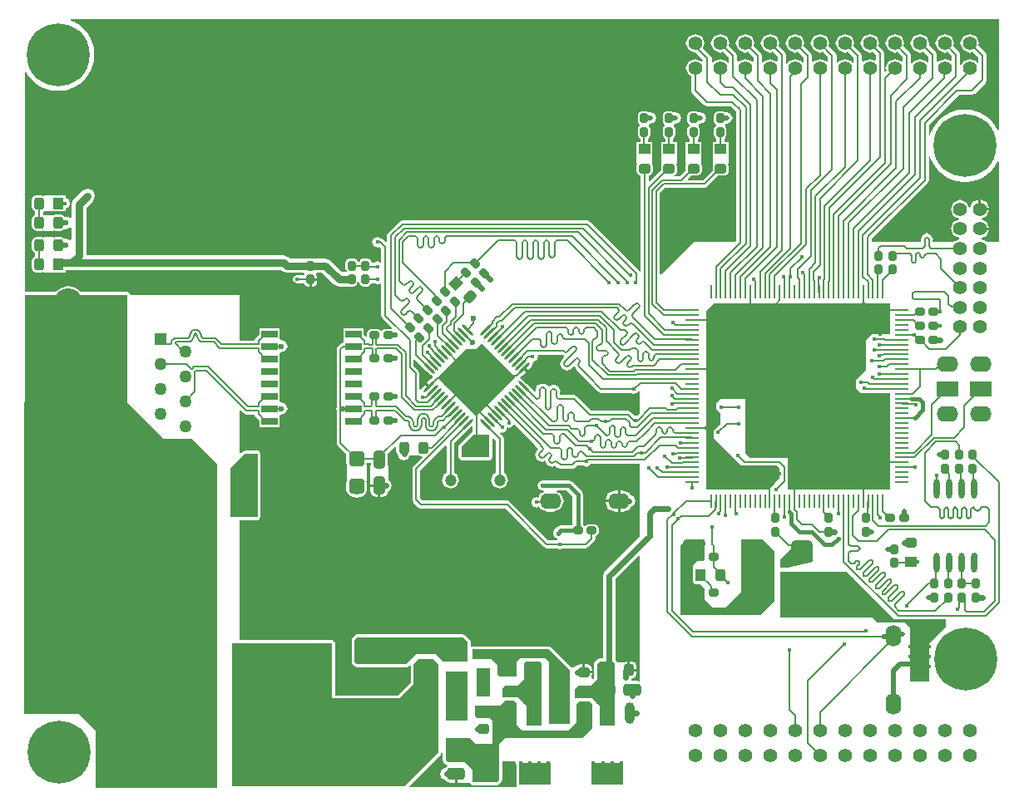
<source format=gtl>
%FSTAX23Y23*%
%MOMM*%
%SFA1B1*%

%IPPOS*%
%AMD61*
4,1,8,-1.099820,0.660400,-1.099820,-0.660400,-0.660400,-1.099820,0.660400,-1.099820,1.099820,-0.660400,1.099820,0.660400,0.660400,1.099820,-0.660400,1.099820,-1.099820,0.660400,0.0*
1,1,0.880000,-0.660400,0.660400*
1,1,0.880000,-0.660400,-0.660400*
1,1,0.880000,0.660400,-0.660400*
1,1,0.880000,0.660400,0.660400*
%
%AMD65*
4,1,8,-0.200660,-0.500380,0.200660,-0.500380,0.398780,-0.299720,0.398780,0.299720,0.200660,0.500380,-0.200660,0.500380,-0.398780,0.299720,-0.398780,-0.299720,-0.200660,-0.500380,0.0*
1,1,0.400000,-0.200660,-0.299720*
1,1,0.400000,0.200660,-0.299720*
1,1,0.400000,0.200660,0.299720*
1,1,0.400000,-0.200660,0.299720*
%
%AMD66*
4,1,8,-0.500380,0.200660,-0.500380,-0.200660,-0.299720,-0.398780,0.299720,-0.398780,0.500380,-0.200660,0.500380,0.200660,0.299720,0.398780,-0.299720,0.398780,-0.500380,0.200660,0.0*
1,1,0.400000,-0.299720,0.200660*
1,1,0.400000,-0.299720,-0.200660*
1,1,0.400000,0.299720,-0.200660*
1,1,0.400000,0.299720,0.200660*
%
%AMD68*
4,1,8,-0.599440,0.248920,-0.599440,-0.248920,-0.350520,-0.500380,0.350520,-0.500380,0.599440,-0.248920,0.599440,0.248920,0.350520,0.500380,-0.350520,0.500380,-0.599440,0.248920,0.0*
1,1,0.500000,-0.350520,0.248920*
1,1,0.500000,-0.350520,-0.248920*
1,1,0.500000,0.350520,-0.248920*
1,1,0.500000,0.350520,0.248920*
%
%AMD71*
4,1,8,-0.899160,0.299720,-0.899160,-0.299720,-0.599440,-0.599440,0.599440,-0.599440,0.899160,-0.299720,0.899160,0.299720,0.599440,0.599440,-0.599440,0.599440,-0.899160,0.299720,0.0*
1,1,0.600000,-0.599440,0.299720*
1,1,0.600000,-0.599440,-0.299720*
1,1,0.600000,0.599440,-0.299720*
1,1,0.600000,0.599440,0.299720*
%
%AMD72*
4,1,8,0.248920,0.599440,-0.248920,0.599440,-0.500380,0.350520,-0.500380,-0.350520,-0.248920,-0.599440,0.248920,-0.599440,0.500380,-0.350520,0.500380,0.350520,0.248920,0.599440,0.0*
1,1,0.500000,0.248920,0.350520*
1,1,0.500000,-0.248920,0.350520*
1,1,0.500000,-0.248920,-0.350520*
1,1,0.500000,0.248920,-0.350520*
%
%AMD75*
4,1,8,0.398780,1.099820,-0.398780,1.099820,-0.800100,0.701040,-0.800100,-0.701040,-0.398780,-1.099820,0.398780,-1.099820,0.800100,-0.701040,0.800100,0.701040,0.398780,1.099820,0.0*
1,1,0.800000,0.398780,0.701040*
1,1,0.800000,-0.398780,0.701040*
1,1,0.800000,-0.398780,-0.701040*
1,1,0.800000,0.398780,-0.701040*
%
%AMD77*
4,1,8,0.800100,-0.398780,0.800100,0.398780,0.398780,0.800100,-0.398780,0.800100,-0.800100,0.398780,-0.800100,-0.398780,-0.398780,-0.800100,0.398780,-0.800100,0.800100,-0.398780,0.0*
1,1,0.800000,0.398780,-0.398780*
1,1,0.800000,0.398780,0.398780*
1,1,0.800000,-0.398780,0.398780*
1,1,0.800000,-0.398780,-0.398780*
%
%AMD78*
4,1,4,-0.353060,0.563880,-0.563880,0.353060,0.353060,-0.563880,0.563880,-0.353060,-0.353060,0.563880,0.0*
1,1,0.300000,-0.457200,0.457200*
1,1,0.300000,0.457200,-0.457200*
%
%AMD79*
4,1,4,0.563880,0.353060,0.353060,0.563880,-0.563880,-0.353060,-0.353060,-0.563880,0.563880,0.353060,0.0*
1,1,0.300000,0.457200,0.457200*
1,1,0.300000,-0.457200,-0.457200*
%
%AMD80*
4,1,8,0.299720,0.899160,-0.299720,0.899160,-0.599440,0.599440,-0.599440,-0.599440,-0.299720,-0.899160,0.299720,-0.899160,0.599440,-0.599440,0.599440,0.599440,0.299720,0.899160,0.0*
1,1,0.600000,0.299720,0.599440*
1,1,0.600000,-0.299720,0.599440*
1,1,0.600000,-0.299720,-0.599440*
1,1,0.600000,0.299720,-0.599440*
%
%AMD81*
4,1,8,0.210820,-0.495300,0.495300,-0.210820,0.492760,0.071120,0.071120,0.492760,-0.210820,0.495300,-0.495300,0.210820,-0.492760,-0.071120,-0.071120,-0.492760,0.210820,-0.495300,0.0*
1,1,0.400000,0.071120,-0.353060*
1,1,0.400000,0.353060,-0.071120*
1,1,0.400000,-0.071120,0.353060*
1,1,0.400000,-0.353060,0.071120*
%
%AMD82*
4,1,8,0.599440,0.248920,0.248920,0.599440,-0.106680,0.601980,-0.601980,0.106680,-0.599440,-0.248920,-0.248920,-0.599440,0.106680,-0.601980,0.601980,-0.106680,0.599440,0.248920,0.0*
1,1,0.500000,0.424180,0.071120*
1,1,0.500000,0.071120,0.424180*
1,1,0.500000,-0.424180,-0.071120*
1,1,0.500000,-0.071120,-0.424180*
%
%AMD83*
4,1,4,0.774700,0.071120,0.071120,0.774700,-0.774700,-0.071120,-0.071120,-0.774700,0.774700,0.071120,0.0*
%
%AMD85*
4,1,8,-0.599440,-1.600200,0.599440,-1.600200,1.198880,-1.000760,1.198880,1.000760,0.599440,1.600200,-0.599440,1.600200,-1.198880,1.000760,-1.198880,-1.000760,-0.599440,-1.600200,0.0*
1,1,1.200000,-0.599440,-1.000760*
1,1,1.200000,0.599440,-1.000760*
1,1,1.200000,0.599440,1.000760*
1,1,1.200000,-0.599440,1.000760*
%
%ADD10C,0.200000*%
%ADD11C,0.399999*%
%ADD14C,0.127000*%
%ADD16C,0.150000*%
G04~CAMADD=61~8~0.0~0.0~866.1~866.1~173.2~0.0~15~0.0~0.0~0.0~0.0~0~0.0~0.0~0.0~0.0~0~0.0~0.0~0.0~90.0~866.0~866.0*
%ADD61D61*%
%ADD62O,1.599997X2.199996*%
%ADD63R,1.469997X0.279999*%
%ADD64R,0.279999X1.469997*%
G04~CAMADD=65~8~0.0~0.0~315.0~393.7~78.7~0.0~15~0.0~0.0~0.0~0.0~0~0.0~0.0~0.0~0.0~0~0.0~0.0~0.0~180.0~316.0~394.0*
%ADD65D65*%
G04~CAMADD=66~8~0.0~0.0~315.0~393.7~78.7~0.0~15~0.0~0.0~0.0~0.0~0~0.0~0.0~0.0~0.0~0~0.0~0.0~0.0~90.0~394.0~315.0*
%ADD66D66*%
%ADD67O,0.599999X1.999996*%
G04~CAMADD=68~8~0.0~0.0~393.7~472.4~98.4~0.0~15~0.0~0.0~0.0~0.0~0~0.0~0.0~0.0~0.0~0~0.0~0.0~0.0~90.0~472.0~394.0*
%ADD68D68*%
%ADD69R,1.199998X0.999998*%
%ADD70O,2.199996X1.599997*%
G04~CAMADD=71~8~0.0~0.0~472.4~708.7~118.1~0.0~15~0.0~0.0~0.0~0.0~0~0.0~0.0~0.0~0.0~0~0.0~0.0~0.0~90.0~708.0~472.0*
%ADD71D71*%
G04~CAMADD=72~8~0.0~0.0~393.7~472.4~98.4~0.0~15~0.0~0.0~0.0~0.0~0~0.0~0.0~0.0~0.0~0~0.0~0.0~0.0~0.0~393.7~472.4*
%ADD72D72*%
%ADD73R,3.199994X2.199996*%
%ADD74O,0.999998X2.199996*%
G04~CAMADD=75~8~0.0~0.0~629.9~866.1~157.5~0.0~15~0.0~0.0~0.0~0.0~0~0.0~0.0~0.0~0.0~0~0.0~0.0~0.0~0.0~629.9~866.1*
%ADD75D75*%
%ADD76R,1.599997X2.199996*%
G04~CAMADD=77~8~0.0~0.0~629.9~629.9~157.5~0.0~15~0.0~0.0~0.0~0.0~0~0.0~0.0~0.0~0.0~0~0.0~0.0~0.0~270.0~630.0~630.0*
%ADD77D77*%
G04~CAMADD=78~3~0.0~0.0~118.1~629.9~0.0~0.0~0~0.0~0.0~0.0~0.0~0~0.0~0.0~0.0~0.0~0~0.0~0.0~0.0~45.0~478.0~478.0*
%ADD78D78*%
G04~CAMADD=79~3~0.0~0.0~118.1~629.9~0.0~0.0~0~0.0~0.0~0.0~0.0~0~0.0~0.0~0.0~0.0~0~0.0~0.0~0.0~315.0~478.0~478.0*
%ADD79D79*%
G04~CAMADD=80~8~0.0~0.0~472.4~708.7~118.1~0.0~15~0.0~0.0~0.0~0.0~0~0.0~0.0~0.0~0.0~0~0.0~0.0~0.0~0.0~472.4~708.7*
%ADD80D80*%
G04~CAMADD=81~8~0.0~0.0~315.0~393.7~78.7~0.0~15~0.0~0.0~0.0~0.0~0~0.0~0.0~0.0~0.0~0~0.0~0.0~0.0~225.0~436.0~435.0*
%ADD81D81*%
G04~CAMADD=82~8~0.0~0.0~393.7~472.4~98.4~0.0~15~0.0~0.0~0.0~0.0~0~0.0~0.0~0.0~0.0~0~0.0~0.0~0.0~315.0~530.0~529.0*
%ADD82D82*%
G04~CAMADD=83~9~0.0~0.0~393.7~472.4~0.0~0.0~0~0.0~0.0~0.0~0.0~0~0.0~0.0~0.0~0.0~0~0.0~0.0~0.0~315.0~610.0~609.0*
%ADD83D83*%
%ADD84R,1.669997X0.759998*%
G04~CAMADD=85~8~0.0~0.0~944.9~1259.8~236.2~0.0~15~0.0~0.0~0.0~0.0~0~0.0~0.0~0.0~0.0~0~0.0~0.0~0.0~180.0~946.0~1260.0*
%ADD85D85*%
%ADD86R,0.999998X1.199998*%
%ADD87C,0.599999*%
%ADD88C,0.299999*%
%ADD89C,0.499999*%
%ADD90C,0.799998*%
%ADD91C,1.199998*%
%ADD92C,6.399987*%
%ADD93C,1.399997*%
%ADD94C,1.396997*%
%ADD95R,2.199996X1.599997*%
%ADD96O,4.499991X1.999996*%
%ADD97O,1.999996X4.499991*%
%ADD98R,1.267997X1.267997*%
%ADD99C,1.267997*%
%ADD100C,3.249993*%
%ADD101C,2.894994*%
%ADD102C,0.899998*%
%ADD103C,0.799998*%
%ADD104C,0.399999*%
%ADD105C,0.599999*%
%LNksz8851-1*%
%LPD*%
G36*
X99566Y67424D02*
X99442Y67399D01*
X99425Y6744*
X99183Y6786*
X98887Y68245*
X98544Y68588*
X98159Y68883*
X97739Y69125*
X97291Y69311*
X96823Y69436*
X96342Y695*
X96099*
X95857*
X95376Y69436*
X94908Y69311*
X94459Y69125*
X94039Y68883*
X93655Y68588*
X93312Y68245*
X93016Y6786*
X92774Y6744*
X92588Y66992*
X92559Y66884*
X92432Y66901*
Y6792*
X95479Y70966*
X96799*
X97106Y71093*
X98206Y72193*
X98332Y72499*
Y74999*
X98206Y75306*
X9748Y76031*
X97569Y76244*
X97283Y76933*
X96595Y77218*
X95906Y76933*
X9562Y76244*
X95906Y75555*
X96595Y7527*
X96893Y75394*
X97466Y7482*
Y74276*
X97342Y74252*
X97283Y74393*
X96595Y74678*
X95906Y74393*
X95757Y74034*
X95632Y74059*
Y75099*
X95506Y75405*
X94923Y75988*
X95029Y76244*
X94743Y76933*
X94055Y77218*
X93366Y76933*
X9308Y76244*
X93366Y75555*
X94055Y7527*
X9431Y75376*
X94766Y7492*
Y74521*
X94639Y74436*
X94055Y74678*
X93366Y74393*
X93357Y74372*
X93232Y74397*
Y75099*
X93106Y75406*
X92424Y76087*
X92489Y76244*
X92203Y76933*
X91515Y77218*
X90826Y76933*
X9054Y76244*
X90826Y75555*
X91515Y7527*
X9187Y75417*
X92366Y7492*
Y74325*
X92242Y743*
X92203Y74393*
X91515Y74678*
X90826Y74393*
X90757Y74227*
X90632Y74252*
Y75019*
X90506Y75325*
X89843Y75988*
X89949Y76244*
X89663Y76933*
X88975Y77218*
X88286Y76933*
X88Y76244*
X88286Y75555*
X88975Y7527*
X8923Y75376*
X89766Y7484*
Y74456*
X89639Y74403*
X88975Y74678*
X88286Y74393*
X88Y73704*
X88106Y73448*
X87992Y73334*
X87874Y73382*
Y75237*
X87748Y75543*
X87303Y75988*
X87409Y76244*
X87123Y76933*
X86435Y77218*
X85746Y76933*
X8546Y76244*
X85746Y75555*
X86435Y7527*
X8669Y75376*
X87008Y75058*
Y74555*
X86903Y74484*
X86435Y74678*
X85759Y74399*
X85632Y74446*
Y74939*
X85506Y75245*
X84763Y75988*
X84869Y76244*
X84583Y76933*
X83895Y77218*
X83206Y76933*
X8292Y76244*
X83206Y75555*
X83895Y7527*
X8415Y75376*
X84766Y7476*
Y74276*
X84642Y74252*
X84583Y74393*
X83895Y74678*
X83206Y74393*
X83157Y74275*
X83032Y74299*
Y74999*
X82906Y75305*
X82223Y75988*
X82329Y76244*
X82043Y76933*
X81355Y77218*
X80666Y76933*
X8038Y76244*
X80666Y75555*
X81355Y7527*
X8161Y75376*
X82167Y7482*
Y74428*
X82043Y74393*
X81355Y74678*
X80666Y74393*
X80657Y74372*
X80532Y74397*
Y74959*
X80406Y75265*
X79683Y75988*
X79789Y76244*
X79503Y76933*
X78815Y77218*
X78126Y76933*
X7784Y76244*
X78126Y75555*
X78815Y7527*
X7907Y75376*
X79666Y7478*
Y74325*
X79542Y743*
X79503Y74393*
X78815Y74678*
X78126Y74393*
X78011Y74116*
X77886Y74141*
Y75065*
X7776Y75371*
X77143Y75988*
X77249Y76244*
X76963Y76933*
X76275Y77218*
X75586Y76933*
X753Y76244*
X75586Y75555*
X76275Y7527*
X7653Y75376*
X7702Y74886*
Y74502*
X76893Y74422*
X76275Y74678*
X75586Y74393*
X75557Y74324*
X75432Y74348*
Y74979*
X75306Y75285*
X74603Y75988*
X74709Y76244*
X74423Y76933*
X73735Y77218*
X73046Y76933*
X7276Y76244*
X73046Y75555*
X73735Y7527*
X7399Y75376*
X74566Y748*
Y74373*
X74442Y74348*
X74423Y74393*
X73735Y74678*
X73059Y74399*
X72932Y74446*
Y74939*
X72806Y75245*
X72063Y75988*
X72169Y76244*
X71883Y76933*
X71195Y77218*
X70506Y76933*
X7022Y76244*
X70506Y75555*
X71195Y7527*
X7145Y75376*
X72066Y7476*
Y74276*
X71942Y74252*
X71883Y74393*
X71195Y74678*
X70506Y74393*
X70457Y74275*
X70332Y743*
Y74699*
X70206Y75006*
X69435Y75776*
X69629Y76244*
X69343Y76933*
X68655Y77218*
X67966Y76933*
X6768Y76244*
X67966Y75555*
X68655Y7527*
X68698Y75288*
X69445Y74541*
X69435Y74467*
X69306Y74409*
X68655Y74678*
X67966Y74393*
X6768Y73704*
X67966Y73015*
X68222Y72909*
Y71444*
X68348Y71138*
X69513Y69973*
X6982Y69846*
X7224*
X72795Y69291*
Y5615*
X72645Y55999*
X68499*
X65191Y52691*
X65074Y5274*
Y60979*
X6562Y61525*
X69568*
X69847Y6164*
X70969Y62762*
X71599*
X71944Y62905*
X72087Y63249*
Y63749*
X72009Y63938*
X72049Y63999*
Y64999*
Y66199*
X71605*
Y66552*
X71706Y66593*
X71832Y66899*
Y67499*
X71706Y67806*
X717Y67808*
X71683Y67953*
X71742Y68004*
X71849*
X7227Y68178*
X72445Y68599*
X7227Y6902*
X71849Y69195*
X7171*
X71706Y69206*
X71399Y69332*
X70999*
X70693Y69206*
X70566Y68899*
Y68299*
X70693Y67993*
X70767Y67963*
Y67836*
X70693Y67806*
X70566Y67499*
Y66899*
X70693Y66593*
X70794Y66552*
Y66199*
X70449*
Y64999*
Y63999*
X7049Y63938*
X70412Y63749*
Y63319*
X69405Y62312*
X67934*
X67886Y62429*
X68219Y62762*
X68849*
X69194Y62905*
X69337Y63249*
Y63749*
X69258Y63938*
X69299Y63999*
Y64999*
Y66199*
X68905*
Y66552*
X69006Y66593*
X69132Y66899*
Y67499*
X69006Y67806*
X69Y67808*
X68983Y67953*
X69042Y68004*
X69149*
X6957Y68178*
X69745Y68599*
X6957Y6902*
X69149Y69195*
X6901*
X69006Y69206*
X68699Y69332*
X68299*
X67993Y69206*
X67866Y68899*
Y68299*
X67993Y67993*
X68067Y67963*
Y67836*
X67993Y67806*
X67866Y67499*
Y66899*
X67993Y66593*
X68094Y66552*
Y66199*
X67699*
Y64999*
Y63999*
X6774Y63938*
X67662Y63749*
Y63319*
X67036Y62693*
X66514*
X66488Y6282*
X66694Y62905*
X66837Y63249*
Y63749*
X66758Y63938*
X66799Y63999*
Y64999*
Y66199*
X66405*
Y66552*
X66506Y66593*
X66632Y66899*
Y67499*
X66506Y67806*
X665Y67808*
X66483Y67953*
X66542Y68004*
X66649*
X6707Y68178*
X67245Y68599*
X6707Y6902*
X66649Y69195*
X6651*
X66506Y69206*
X66199Y69332*
X65799*
X65493Y69206*
X65367Y68899*
Y68299*
X65493Y67993*
X65567Y67963*
Y67836*
X65493Y67806*
X65367Y67499*
Y66899*
X65493Y66593*
X65594Y66552*
Y66199*
X65199*
Y64999*
Y63999*
X6524Y63938*
X65162Y63749*
Y63319*
X6401Y62167*
X63893Y62215*
Y6278*
X64194Y62905*
X64337Y63249*
Y63749*
X64258Y63938*
X64299Y63999*
Y64999*
Y66199*
X63855*
Y66552*
X63956Y66593*
X64082Y66899*
Y67499*
X63956Y67806*
X6395Y67808*
X63932Y67953*
X63992Y68004*
X64099*
X6452Y68178*
X64695Y68599*
X6452Y6902*
X64099Y69195*
X6396*
X63956Y69206*
X63649Y69332*
X63249*
X62943Y69206*
X62816Y68899*
Y68299*
X62943Y67993*
X63017Y67963*
Y67836*
X62943Y67806*
X62816Y67499*
Y66899*
X62943Y66593*
X63044Y66552*
Y66199*
X62699*
Y64999*
Y63999*
X6274Y63938*
X62662Y63749*
Y63249*
X62805Y62905*
X63106Y6278*
Y52977*
X62979Y52952*
X62915Y53106*
X57935Y58086*
X57648Y58205*
X38833*
X38546Y58086*
X37396Y56937*
X37278Y5665*
Y56061*
X3716Y56013*
X36886Y56286*
X36688Y56369*
X36682Y56382*
X36299Y56541*
X35917Y56382*
X35758Y55999*
X35917Y55617*
X36299Y55458*
X36488Y55536*
X3669Y55335*
Y54017*
X36563Y53932*
X36299Y54041*
X35973Y53905*
X3573*
X35606Y54206*
X35299Y54332*
X34899*
X34593Y54206*
X3451Y54005*
X34289*
X34206Y54206*
X33899Y54332*
X33499*
X33193Y54206*
X33067Y53899*
Y53299*
X33156Y53084*
X33071Y52957*
X32713*
X31535Y54135*
X31Y54357*
X27413*
X27335Y54435*
X26799Y54657*
X06657*
Y59486*
X07335Y60164*
X07557Y60699*
X07335Y61235*
X06799Y61457*
X06264Y61235*
X05364Y60335*
X05142Y59799*
Y58498*
X05015Y58438*
X04591Y58614*
X04476Y58566*
X04444Y58644*
X04099Y58787*
X03599*
X03411Y58708*
X03349Y58749*
X02349*
X02282Y58849*
Y5905*
X02349Y59149*
X03349*
X04549*
Y59429*
X04882Y59567*
X05041Y59949*
X04882Y60332*
X04549Y6047*
Y60749*
X03349*
X02349*
X02288Y60708*
X02099Y60786*
X01599*
X01255Y60644*
X01112Y60299*
Y59599*
X01255Y59255*
X01416Y59188*
Y58711*
X01255Y58644*
X01112Y58299*
Y57599*
X01255Y57255*
X01599Y57112*
X02099*
X02288Y5719*
X02349Y5715*
X03349*
X03411Y5719*
X03599Y57112*
X04099*
X04444Y57255*
X04487Y57358*
X04591Y57315*
X05015Y5749*
X05142Y5743*
Y56248*
X05015Y56188*
X04591Y56364*
X04476Y56316*
X04444Y56394*
X04099Y56536*
X03599*
X03411Y56458*
X03349Y56499*
X02349*
X02288Y56458*
X02099Y56536*
X01599*
X01255Y56394*
X01112Y56049*
Y55349*
X01255Y55005*
X01416Y54938*
Y54461*
X01255Y54394*
X01112Y54049*
Y53349*
X01255Y53005*
X01599Y52862*
X02099*
X02288Y5294*
X02349Y52899*
X03349*
X04549*
Y53142*
X26486*
X26564Y53064*
X271Y52842*
X28836*
X28906Y52736*
X28852Y52605*
X28099*
X27812Y52486*
X27693Y52199*
X27812Y51912*
X28099Y51793*
X28852*
X28952Y51552*
X29299Y51408*
X29372*
Y52199*
X29499*
Y52326*
X30191*
Y52499*
X30093Y52736*
X30163Y52842*
X30686*
X31864Y51664*
X32399Y51442*
X33699*
X33759Y51466*
X33899*
X34206Y51593*
X34235Y51663*
X34235Y51664*
X34339Y51915*
X3445Y51901*
X34468Y51895*
X34593Y51593*
X34899Y51466*
X35299*
X35606Y51593*
X35689Y51794*
X35973*
X36299Y51658*
X36563Y51767*
X3669Y51682*
Y48503*
X36808Y48216*
X37794Y47231*
X37722Y47123*
X37699Y47132*
X37099*
X36793Y47006*
X36763Y46932*
X36636*
X36606Y47006*
X36299Y47132*
X35699*
X35393Y47006*
X35266Y46699*
Y46433*
X35139Y46381*
X34899Y46621*
Y47224*
X32829*
Y46081*
Y46064*
Y45954*
Y4576*
X32571Y45653*
X32271Y45353*
X32156Y45074*
Y3916*
X321Y39024*
X32156Y38889*
Y35549*
X32271Y35271*
X33177Y34365*
X3315Y34299*
Y33499*
X3322Y3333*
X33199Y33299*
Y31699*
X3322Y31669*
X3315Y31499*
Y30699*
X3334Y3024*
X33799Y3005*
X33857*
X34199Y29908*
X34542Y3005*
X34599*
X35059Y3024*
X35249Y30699*
Y31499*
X35179Y31669*
X35199Y31699*
Y33299*
X35179Y3333*
X35249Y33499*
Y33506*
X35658*
Y33261*
X35599*
Y31737*
X356*
Y31326*
X36499*
Y31199*
X36626*
Y3*
X36799*
X37223Y30175*
X37399Y30599*
Y30653*
X37609Y3074*
X37799Y31199*
X37609Y31659*
X37399Y31745*
Y33261*
X37341*
Y34384*
X38087Y3513*
X38204Y35082*
Y34699*
X38364Y34314*
X3839Y34303*
X3854Y3394*
X38999Y3375*
X39459Y3394*
X39587Y34249*
X40499*
X40561Y3429*
X40749Y34212*
X40854*
X40903Y34095*
X39962Y33154*
X39844Y32867*
Y29749*
X39962Y29462*
X40462Y28962*
X40749Y28844*
X49331*
X53262Y24912*
X53549Y24794*
X54573*
X54899Y24658*
X55226Y24794*
X57499*
X57786Y24912*
X58386Y25512*
X58505Y25799*
Y2601*
X58706Y26093*
X58832Y26399*
Y26799*
X58706Y27106*
X58399Y27232*
X57799*
X57493Y27106*
X57463Y27032*
X57336*
X57306Y27106*
X57241Y27132*
Y30299*
X57082Y30682*
X56182Y31582*
X55799Y31741*
X53099*
X52717Y31582*
X52558Y31199*
X52717Y30817*
X53099Y30658*
X53217*
X53242Y30534*
X52834Y30365*
X5267Y2997*
X52499Y30041*
X52117Y29882*
X51958Y29499*
X52117Y29117*
X52499Y28958*
X52741Y29058*
X52834Y28834*
X53599Y28517*
X54199*
X54965Y28834*
X55282Y29599*
X54965Y30365*
X54557Y30534*
X54582Y30658*
X55575*
X56158Y30075*
Y27141*
X54999*
X54617Y26982*
X54317Y26682*
X54158Y26299*
X54317Y25917*
X54596Y25801*
X54611Y25659*
X54546Y25605*
X53718*
X49786Y29536*
X49499Y29655*
X40918*
X40655Y29918*
Y32699*
X43226Y3527*
X43344Y35222*
Y32447*
X43137Y32362*
X42884Y3175*
X43137Y31137*
X43749Y30884*
X44362Y31137*
X44615Y3175*
X44362Y32362*
X44155Y32447*
Y35492*
X45732Y37069*
X45759Y37134*
X45874Y37249*
X45991Y37201*
Y36679*
X4587Y36629*
X4467Y35429*
X44575Y35199*
Y34099*
X4467Y3387*
X44899Y33775*
X47699*
X47929Y3387*
X48024Y34099*
Y35907*
X48142Y35956*
X48316Y35781*
Y32436*
X48137Y32362*
X47884Y3175*
X48137Y31137*
X48749Y30884*
X49362Y31137*
X49615Y3175*
X49362Y32362*
X49182Y32436*
Y3596*
X49056Y36266*
X48789Y36533*
X48861Y36641*
X48999Y36583*
X49382Y36742*
X4954Y37124*
X49699Y37058*
X50082Y37217*
X50147Y37374*
X50272Y37399*
X50486Y37186*
X52372Y35299*
X52699Y34972*
X5269Y3495*
X52699Y34927*
X52571Y34799*
X52555Y34815*
X52349Y34318*
X5251Y33929*
Y33929*
X52523Y33898*
X52555Y3382*
X52664Y33775*
X53053Y33614*
X53383Y33751*
X53531Y33394*
X53531Y33394*
X53542Y33367*
X53576Y33285*
X53576*
X53684Y33241*
X54073Y33079*
X54386Y33209*
X54462Y33178*
X54485Y33187*
X54659Y33012*
X54946Y32894*
X56151*
X56438Y33012*
X5666Y33235*
X57218*
X57545Y33099*
X57927Y33258*
X57982Y3339*
X62999*
Y26018*
X5944Y22459*
X5925Y21999*
Y13574*
X58899*
X5867Y13479*
X5842Y13229*
X58325Y12999*
Y11584*
X58217Y11476*
X58099Y11525*
Y11699*
X58095Y11707*
X58195Y11949*
Y12072*
X57299*
Y12199*
X57172*
Y12995*
X56949*
X56564Y12835*
X56553Y12809*
X5619Y12659*
X56052Y12656*
X53979Y14729*
X53749Y14824*
X45999*
X4593Y14795*
X45824Y14866*
Y15249*
X45729Y15479*
X45229Y15979*
X44999Y16074*
X34249*
X3402Y15979*
X3377Y15729*
X33675Y15499*
Y13249*
X33726Y13126*
X3377Y1302*
X3402Y1277*
X34131Y12724*
X34249Y12675*
X39249*
X39479Y1277*
X39557Y12848*
X39675Y128*
Y11134*
X38365Y09824*
X32024*
Y15099*
X31929Y15329*
X31699Y15424*
X22299*
Y27625*
X24099*
X24329Y2772*
X24424Y27949*
Y34449*
X24329Y34679*
X24099Y34774*
X22849*
X2262Y34679*
X22417Y34476*
X22299Y34525*
Y388*
X22417Y38849*
X2271Y38556*
X22988Y3844*
X23793*
X23904Y38174*
X24299Y37778*
Y37174*
X26369*
Y38291*
X26476Y38385*
X26499Y38375*
X26959Y38565*
X27149Y39024*
X26959Y39484*
X26499Y39674*
X26476Y39664*
X26369Y39757*
Y40857*
Y40874*
Y40984*
Y41001*
Y42127*
Y42144*
Y42254*
Y42271*
Y43397*
Y43414*
Y43524*
Y43541*
Y44641*
X26476Y44735*
X26499Y44725*
X26959Y44915*
X27149Y45374*
X26959Y45834*
X26499Y46024*
X26476Y46014*
X26369Y46107*
Y47224*
X24299*
Y46621*
X23904Y46225*
X23793Y45958*
X22299*
Y50599*
X11149*
X11054Y50829*
X10824Y50924*
X06096*
X06037Y51012*
X05492Y51376*
X04849Y51504*
X04207Y51376*
X03662Y51012*
X03603Y50924*
X00432*
Y73278*
X00559Y73312*
X00716Y7304*
X01012Y72655*
X01355Y72312*
X01739Y72017*
X02159Y71774*
X02608Y71589*
X03076Y71463*
X03557Y714*
X03799*
X04042*
X04523Y71463*
X04991Y71589*
X05439Y71774*
X05859Y72017*
X06244Y72312*
X06587Y72655*
X06882Y7304*
X07125Y7346*
X07311Y73908*
X07436Y74376*
X07499Y74857*
Y751*
Y75342*
X07436Y75823*
X07311Y76292*
X07125Y7674*
X06883Y7716*
X06587Y77545*
X06244Y77888*
X05859Y78183*
X05439Y78425*
X05104Y78564*
X05129Y78691*
X99566*
Y67424*
G37*
G36*
X92588Y64608D02*
X92774Y6416D01*
X93016Y6374*
X93312Y63355*
X93655Y63012*
X94039Y62717*
X94459Y62474*
X94908Y62289*
X95376Y62163*
X95857Y621*
X96099*
X96342*
X96823Y62163*
X97291Y62289*
X97739Y62474*
X98159Y62717*
X98544Y63012*
X98887Y63355*
X99182Y6374*
X99425Y6416*
X99442Y64201*
X99566Y64176*
Y55999*
X98364*
X98333Y56074*
X97832Y56281*
Y56408*
X98333Y56616*
X98582Y57218*
X97604*
Y57472*
X98582*
X98333Y58074*
X97832Y58281*
Y58408*
X98333Y58616*
X98582Y59218*
X97604*
Y59345*
X97477*
Y60323*
X96875Y60074*
X96638Y59502*
X96511*
X96292Y60033*
X95604Y60317*
X94916Y60033*
X94631Y59345*
X94916Y58657*
X95504Y58414*
Y58276*
X94916Y58033*
X94631Y57345*
X94916Y56657*
X95504Y56414*
Y56276*
X94916Y56033*
X94902Y55999*
X92828*
Y56291*
X92846*
X92663Y56733*
X92222Y56916*
X9178Y56733*
X91597Y56291*
X91615*
Y55999*
X89908*
X89882Y5601*
X87517*
X8749Y55999*
X86632*
Y5632*
X92306Y61993*
X92432Y62299*
Y64699*
X92559Y64716*
X92588Y64608*
G37*
G36*
X55292Y44414D02*
X55316Y44289D01*
X55193Y44166*
X55087Y44092*
X54881Y43594*
X55042Y43206*
X55042Y43205*
X55087Y43097*
X55196Y43052*
X55585Y42891*
X56082Y43097*
X56066Y43113*
X56279Y43326*
X56404Y43301*
X56534Y42988*
X5664Y42914*
X57492Y42061*
X57512Y42012*
X58762Y40762*
X59049Y40644*
X62123*
X62449Y40508*
X62832Y40667*
X62872Y40764*
X62999Y40739*
Y38573*
X62718Y38292*
X62599Y38341*
X62481Y38292*
X62086Y38686*
X61799Y38805*
X58068*
X56597Y40276*
X5631Y40395*
X54936*
X54927Y40417*
X54905Y40426*
Y40783*
X54927*
X54721Y41281*
X54332Y41442*
X54224Y41487*
X54115Y41442*
X54115*
X538Y41311*
X53642Y41362*
X53621Y41412*
X53232Y41573*
X53124Y41618*
Y41618*
X53015Y41573*
X53015*
X52626Y41412*
X5242Y40914*
X52443*
Y40785*
X52326Y40736*
X5153Y41532*
X51465Y41559*
X51051Y41972*
X50872Y42047*
X50842Y42197*
X50987Y42341*
X51093Y42385*
X51463Y42755*
X51153Y43064*
X51333Y43244*
X51642Y42935*
X52012Y43304*
X5214Y43614*
X52129Y43641*
X522Y438*
X52482Y43917*
X52641Y44299*
X52604Y44388*
X52675Y44494*
X55098*
X55292Y44414*
G37*
G36*
X41269Y42867D02*
X41334Y4284D01*
X41748Y42427*
X41927Y42352*
X41957Y42202*
X41812Y42057*
X41706Y42014*
X41336Y41644*
X41646Y41335*
X41466Y41155*
X41157Y41464*
X40787Y41094*
X40732Y40963*
X40605Y40988*
Y42599*
X40486Y42886*
X40005Y43368*
Y43964*
X40123Y44013*
X41269Y42867*
G37*
G36*
X10824Y39699D02*
X00399D01*
Y50599*
X10824*
Y39699*
G37*
G36*
X50349Y42249D02*
X46349Y38249D01*
X42399Y42199*
X45299Y45099*
X46299*
X46899Y45699*
X50349Y42249*
G37*
G36*
X47699Y34099D02*
X44899D01*
Y35199*
X46099Y36399*
X47699*
Y34099*
G37*
G36*
X88499Y46599D02*
X86599D01*
X85999Y45999*
Y42999*
X84999Y41999*
Y41099*
X85499Y40599*
X88499*
Y30799*
X78099*
Y33999*
X74249*
X73749Y34499*
Y39999*
X71249*
X70749Y39499*
Y38999*
X71249Y38499*
Y37499*
X70499Y36749*
Y35999*
X73249Y33249*
X76999*
X77249Y32999*
Y31999*
X76249Y30749*
X69749*
Y48999*
X70499Y49749*
X71249*
X88499*
Y46599*
G37*
G36*
X24099Y27949D02*
X21349D01*
Y32949*
X22849Y34449*
X24099*
Y27949*
G37*
G36*
X80599Y23399D02*
X78099Y22799D01*
X77299*
Y23699*
X78399Y24699*
X80599*
Y23399*
G37*
G36*
X69624Y23649D02*
X69449Y23474D01*
X68824*
X68399Y23049*
Y21399*
X68699Y21099*
X69199*
X69599Y20699*
Y19599*
X70399Y18799*
X71699*
X73299Y20399*
Y25699*
X75499*
X75699Y25499*
X76699Y24499*
Y23699*
Y22799*
Y22399*
Y21499*
Y19399*
X75299Y17999*
X70399*
X67149*
Y25149*
X67724Y25724*
X69624*
Y23649*
G37*
G36*
X45499Y15249D02*
Y13249D01*
X42999*
X42249Y13999*
X40249*
X39249Y12999*
X34249*
X33999Y13249*
Y15499*
X34249Y15749*
X44999*
X45499Y15249*
G37*
G36*
X62999Y24015D02*
Y11331D01*
X62894Y1126*
X62799Y11299*
X62218*
X62147Y11405*
X62197Y11523*
X62535Y11664*
X62695Y12049*
Y12272*
X61899*
Y12399*
X61772*
Y13295*
X61649*
X61407Y13194*
X61399Y13199*
X60741*
X60729Y13229*
X60549Y13409*
Y2173*
X62882Y24064*
X62999Y24015*
G37*
G36*
X86599Y19899D02*
X88949Y17549D01*
X94199*
Y16799*
X92499Y15099*
Y11199*
X90499*
Y16699*
X89999Y17199*
X87174*
X86599Y17774*
X77299*
Y21499*
Y22399*
X84099*
X86599Y19899*
G37*
G36*
X47799Y09699D02*
X46399D01*
Y12599*
X47799*
Y09699*
G37*
G36*
X45499Y07249D02*
X43249D01*
Y12249*
X45499*
Y07249*
G37*
G36*
X55849Y12399D02*
Y06899D01*
X53799*
Y13199*
X53424Y13574*
X50824*
X50499Y13249*
Y11749*
X48749*
X48499Y11999*
Y12899*
X47899Y13499*
X45999*
Y14499*
X53749*
X55849Y12399*
G37*
G36*
X60499Y12999D02*
Y06749D01*
X58899*
Y08749*
X58149Y09499*
X56399*
Y10499*
X56699Y10799*
X57999*
X58649Y11449*
Y12999*
X58899Y13249*
X60249*
X60499Y12999*
G37*
G36*
X52999Y13099D02*
Y06749D01*
X51499*
Y08749*
X50649Y09599*
X48999*
Y10499*
X49299Y10799*
X50599*
X51249Y11449*
Y13049*
X51449Y13249*
X52849*
X52999Y13099*
G37*
G36*
X50499Y08999D02*
Y06749D01*
X51049Y06199*
X55699*
X56599Y07099*
Y08899*
X56899Y09199*
X57899*
X58199Y08899*
Y06499*
X57199Y05499*
X49355*
X48699Y04843*
Y01199*
X48499Y00999*
X45999*
Y02249*
X45249Y02999*
X43499*
X43249Y03249*
Y05499*
X45749*
X46349Y04899*
X47899*
X47999Y04999*
Y07249*
X47749Y07499*
X46499*
X46249Y07749*
Y08749*
X48749*
X49249Y09249*
X50249*
X50499Y08999*
G37*
G36*
X31699Y09499D02*
X38499D01*
X39999Y10999*
Y12999*
X40499Y13499*
X41999*
X42499Y12999*
Y03999*
X39099Y00599*
X21499*
Y09499*
Y15099*
X31699*
Y09499*
G37*
G36*
X42925Y0391D02*
Y03249D01*
X4302Y0302*
X4327Y0277*
X43404Y02714*
X43404Y02714*
X43404Y02577*
X43275Y02523*
X43223Y02396*
X4289Y02259*
X427Y01799*
X4289Y0134*
X43223Y01202*
X43275Y01075*
X43699Y009*
X44172*
Y01799*
X44426*
Y009*
X44837*
Y00899*
X45716*
X4577Y0077*
X45999Y00675*
X48499*
X48729Y0077*
X48929Y0097*
X49024Y01199*
Y03099*
X50327*
X50397Y02994*
X50358Y02899*
X50499Y02559*
Y00499*
X504Y00432*
X39558*
X39509Y0055*
X42729Y0377*
X42798Y03936*
X42925Y0391*
G37*
G36*
X14549Y35974D02*
X17474D01*
X19999Y33449*
Y00399*
X07599*
Y06199*
X05899Y07899*
X00374*
Y39699*
X10824*
X14549Y35974*
G37*
%LNksz8851-2*%
%LPC*%
G36*
X30191Y52072D02*
X29626D01*
Y51408*
X29699*
X30047Y51552*
X30191Y51899*
Y52072*
G37*
G36*
X36372Y31072D02*
X356D01*
Y30599*
X35775Y30175*
X36199Y3*
X36372*
Y31072*
G37*
G36*
X60772Y3074D02*
X60599D01*
X59793Y30406*
X59511Y29726*
X60772*
Y3074*
G37*
G36*
X61199D02*
X61026D01*
Y29599*
Y28459*
X61199*
X62006Y28793*
X62114Y29054*
X62384Y29165*
X62574Y29624*
X62384Y30084*
X62089Y30206*
X62006Y30406*
X61199Y3074*
G37*
G36*
X60772Y29472D02*
X59511D01*
X59793Y28793*
X60599Y28459*
X60772*
Y29472*
G37*
G36*
X57649Y12995D02*
X57426D01*
Y12326*
X58195*
Y12449*
X58035Y12835*
X57649Y12995*
G37*
G36*
X97731Y60323D02*
Y59472D01*
X98582*
X98333Y60074*
X97731Y60323*
G37*
G36*
X62149Y13295D02*
X62026D01*
Y12526*
X62695*
Y12749*
X62535Y13135*
X62149Y13295*
G37*
%LNksz8851-3*%
%LPD*%
G54D10*
X48749Y3175D02*
Y3596D01*
X47354Y37356D02*
X48749Y3596D01*
X46424Y36074D02*
Y38524D01*
X77745Y31645D02*
Y33053D01*
X77195Y33603D02*
X77745Y33053D01*
X73003Y34295D02*
X73695Y33603D01*
X77195*
X76899Y30799D02*
X77745Y31645D01*
X72999Y34295D02*
X73003D01*
X81355Y06269D02*
Y0813D01*
X80099Y04984D02*
X81355Y03729D01*
X80099Y04984D02*
Y11299D01*
X78234Y08365D02*
X78815Y07784D01*
Y06269D02*
Y07784D01*
X78234Y08365D02*
Y14465D01*
X81355Y0813D02*
X88824Y15599D01*
Y15899*
X80099Y11299D02*
X83799Y14999D01*
X87732Y4448D02*
X87802Y44549D01*
X86599Y43888D02*
X86599Y43887D01*
X87961Y46103D02*
X88015Y46049D01*
X8766Y45049D02*
X89669D01*
X87388Y4448D02*
X87732D01*
X86599Y43887D02*
X87782D01*
X86835Y45007D02*
X86846Y44995D01*
X86849Y46115D02*
X86861Y46103D01*
X87782Y43887D02*
X87944Y44049D01*
X87606Y44995D02*
X8766Y45049D01*
X87944Y44049D02*
X89669D01*
X86861Y46103D02*
X87961D01*
X87349Y44441D02*
X87388Y4448D01*
X87802Y44549D02*
X89669D01*
X86846Y44995D02*
X87606D01*
X88015Y46049D02*
X89669D01*
X87399Y43299D02*
X88119D01*
X88369Y43549*
X89669*
X86003Y41049D02*
X89669D01*
X85899Y41099D02*
X85953D01*
X86003Y41049*
X87349Y42557D02*
X87353Y42553D01*
X86699Y42199D02*
X86895Y42003D01*
X80424Y54616D02*
Y61224D01*
X79049Y5324D02*
X80424Y54616D01*
X79049Y524D02*
Y5324D01*
X78349Y53295D02*
X79474Y5442D01*
Y54449*
X76749Y52533D02*
X7997Y55754D01*
X76249Y52675D02*
X79399Y55825D01*
X78299Y55367D02*
Y72864D01*
X75749Y52817D02*
X78299Y55367D01*
X77453Y55163D02*
Y75065D01*
X75249Y52959D02*
X77453Y55163D01*
X75249Y50969D02*
Y52959D01*
X75749Y50969D02*
Y52817D01*
X79399Y55825D02*
Y72099D01*
X76249Y50969D02*
Y52675D01*
X7997Y55754D02*
Y6142D01*
X76749Y50969D02*
Y52533D01*
X87349Y45549D02*
X89669D01*
X85499Y41699D02*
X86199D01*
X86349Y41549*
X87353Y42553D02*
X89665D01*
X86349Y41549D02*
X89669D01*
X89665Y42553D02*
X89669Y42549D01*
X86895Y42003D02*
X87803D01*
X87849Y42049*
X89669*
X78349Y52449D02*
Y53295D01*
X76275Y76244D02*
D01*
X73749Y52249D02*
X76999Y55499D01*
Y71499*
X73749Y50969D02*
Y52249D01*
X79049Y524D02*
X79249Y52199D01*
Y50969D02*
Y52199D01*
X76275Y76244D02*
X77453Y75065D01*
X87999Y64041D02*
Y72729D01*
X82749Y58791D02*
X87999Y64041D01*
Y72729D02*
X88975Y73704D01*
X95299Y71399D02*
X96799D01*
X91999Y68099D02*
X95299Y71399D01*
X91999Y62299D02*
Y68099D01*
X91503Y68403D02*
X96595Y73495D01*
Y73704*
X91503Y62505D02*
Y68403D01*
X95199Y72899D02*
Y75099D01*
X90999Y68699D02*
X95199Y72899D01*
X90999Y62899D02*
Y68699D01*
X94055Y73399D02*
Y73704D01*
X94004Y73349D02*
X94055Y73399D01*
X94004Y72704D02*
Y73349D01*
X90399Y69099D02*
X94004Y72704D01*
X90399Y63007D02*
Y69099D01*
X92799Y72699D02*
Y75099D01*
X89799Y69699D02*
X92799Y72699D01*
X89799Y635D02*
Y69699D01*
X91504Y73694D02*
X91515Y73704D01*
X91504Y72704D02*
Y73694D01*
X89117Y70317D02*
X91504Y72704D01*
X88975Y76244D02*
X90199Y75019D01*
Y72599D02*
Y75019D01*
X88549Y70949D02*
X90199Y72599D01*
X88549Y63949D02*
Y70949D01*
X89117Y63524D02*
Y70317D01*
X85703Y52495D02*
Y56705D01*
X91503Y62505*
X86199Y52699D02*
Y56499D01*
X91999Y62299*
X84749Y57357D02*
X90399Y63007D01*
X84749Y50969D02*
Y57357D01*
X85249Y50969D02*
Y5715D01*
X90999Y62899*
X83749Y58157D02*
X89117Y63524D01*
X83749Y50969D02*
Y58157D01*
X84249Y50969D02*
Y57949D01*
X89799Y635*
X82749Y50969D02*
Y58791D01*
X83249Y58649D02*
X88549Y63949D01*
X83249Y50969D02*
Y58649D01*
X81811Y5217D02*
Y59653D01*
X86435Y64277D02*
Y73704D01*
X81811Y59653D02*
X86435Y64277D01*
X82296Y52012D02*
Y59495D01*
X87441Y64641D02*
Y75237D01*
X82296Y59495D02*
X87441Y64641D01*
X80899Y53899D02*
Y60641D01*
X83895Y63637D02*
Y73704D01*
X80899Y60641D02*
X83895Y63637D01*
X81357Y53657D02*
Y60457D01*
X85199Y64299*
Y74939*
X81355Y62805D02*
Y73704D01*
X7997Y6142D02*
X81355Y62805D01*
X80424Y61224D02*
X82599Y63399D01*
Y74299*
X79399Y72099D02*
X80099Y72799D01*
X96799Y71399D02*
X97899Y72499D01*
Y74999*
X96595Y76244D02*
X96655D01*
X97899Y74999*
X94055Y76244D02*
X95199Y75099D01*
X86435Y76244D02*
X87441Y75237D01*
X91515Y76244D02*
X91655D01*
X92799Y75099*
X82249Y51966D02*
X82296Y52012D01*
X83895Y76244D02*
X85199Y74939D01*
X80703Y53003D02*
X81357Y53657D01*
X80249Y50969D02*
Y53249D01*
X80899Y53899*
X80749Y50969D02*
Y52094D01*
X80703Y5214D02*
X80749Y52094D01*
X80703Y5214D02*
Y53003D01*
X81749Y52108D02*
X81811Y5217D01*
X82249Y50969D02*
Y51966D01*
X81749Y50969D02*
Y52108D01*
X82599Y74299D02*
Y74999D01*
X81355Y76244D02*
X82599Y74999D01*
Y74299D02*
D01*
X80099Y72799D02*
Y74959D01*
X78815Y76244D02*
X80099Y74959D01*
X78815Y73379D02*
Y73704D01*
X78299Y72864D02*
X78815Y73379D01*
X76275Y72224D02*
X76999Y71499D01*
X76275Y72224D02*
Y73704D01*
X74999Y72399D02*
X76299Y71099D01*
Y55507D02*
Y71099D01*
X74999Y72399D02*
Y74979D01*
X73249Y52457D02*
X76299Y55507D01*
X75542Y55457D02*
Y70857D01*
X73735Y72664D02*
X75542Y70857D01*
X73735Y72664D02*
Y73704D01*
X74299Y55628D02*
Y69999D01*
X74899Y55521D02*
Y70499D01*
X73228Y55971D02*
Y69471D01*
X72499Y70999D02*
X73799Y69699D01*
X72499Y72899D02*
X74899Y70499D01*
X71199Y70999D02*
X72499D01*
X7242Y70279D02*
X73228Y69471D01*
X73799Y55835D02*
Y69699D01*
X72499Y71799D02*
X74299Y69999D01*
X71699Y71799D02*
X72499D01*
X6982Y70279D02*
X7242D01*
X72499Y72899D02*
Y74939D01*
X73735Y76244D02*
X74999Y74979D01*
X72749Y52664D02*
X75542Y55457D01*
X72249Y52871D02*
X74899Y55521D01*
X69899Y72299D02*
X71199Y70999D01*
X71249Y53285D02*
X73799Y55835D01*
X68655Y71444D02*
X6982Y70279D01*
X71249Y50969D02*
Y53285D01*
X71195Y76244D02*
X72499Y74939D01*
X71195Y72304D02*
Y73704D01*
Y72304D02*
X71699Y71799D01*
X71749Y53078D02*
X74299Y55628D01*
X69899Y72299D02*
Y74699D01*
X68655Y75944D02*
Y76244D01*
Y75944D02*
X69899Y74699D01*
X68655Y71444D02*
Y73704D01*
X70749Y53492D02*
X73228Y55971D01*
X70749Y50969D02*
Y53492D01*
X71749Y50969D02*
Y53078D01*
X72249Y50969D02*
Y52871D01*
X72749Y50969D02*
Y52664D01*
X73249Y50969D02*
Y52457D01*
X85703Y52495D02*
X86249Y51949D01*
X86749Y50969D02*
Y52149D01*
X86199Y52699D02*
X86749Y52149D01*
X86249Y50969D02*
Y51949D01*
X87249Y53149D02*
X87299Y53199D01*
X87249Y50969D02*
Y53149D01*
X87749Y52149D02*
X88699Y53099D01*
X87749Y50969D02*
Y52149D01*
X88699Y53099D02*
Y53199D01*
X03849Y57949D02*
X03864Y57964D01*
X04591*
X45091Y4669D02*
X45981Y45799D01*
X46099Y47698D02*
Y48199D01*
X45445Y47043D02*
X46099Y47698D01*
X45445Y47043D02*
D01*
X03864Y55714D02*
X04591D01*
X01849Y57949D02*
Y59949D01*
Y53699D02*
Y55699D01*
G54D11*
X59899Y11774D02*
Y12399D01*
X59799Y11674D02*
X59899Y11774D01*
X78426Y27323D02*
Y28323D01*
Y27323D02*
X79249Y26499D01*
X78249Y28499D02*
X78426Y28323D01*
X80499Y26499D02*
X81799Y25199D01*
X79249Y26499D02*
X80499D01*
X81799Y25199D02*
X82599D01*
X83199Y25799*
X91467Y40032D02*
X91799Y39699D01*
X90699Y40032D02*
X91467D01*
X91799Y38899D02*
Y39699D01*
X90999Y381D02*
X91799Y38899D01*
X55799Y31199D02*
X56699Y30299D01*
X53099Y31199D02*
X55799D01*
X56699Y26599D02*
Y30299D01*
X54699Y26299D02*
X54999Y26599D01*
X56699*
G54D14*
X92435Y55558D02*
X92649Y55345D01*
X92435Y56291D02*
X92328Y56476D01*
X92115*
X92008Y56291*
X91795Y55345D02*
X92008Y55558D01*
X92198Y54799D02*
X91984Y54586D01*
X91557Y54586D02*
X91664Y54401D01*
X91878*
X91984Y54586*
X91557Y5475D02*
X91451Y54935D01*
X91237*
X9113Y5475*
X90703Y54091D02*
X9081Y53907D01*
X91024*
X9113Y54091*
X90703Y54586D02*
X9049Y54799D01*
X17023Y45828D02*
X17242Y45871D01*
X17428Y45995*
X17551Y46181*
X17595Y46399*
X17976Y46489D02*
X17785Y46679D01*
X17595Y46489*
X17976Y46399D02*
X18019Y46181D01*
X18143Y45995*
X18329Y45871*
X18547Y45828*
X17023Y46209D02*
X17214Y46399D01*
X18357Y46489D02*
X183Y46737D01*
X18142Y46936*
X17913Y47046*
X17658*
X17429Y46936*
X17271Y46737*
X17214Y46489*
X18357Y46399D02*
X18547Y46209D01*
X39969Y37602D02*
X39923Y37829D01*
X39794Y38022*
X39602Y38151*
X39374Y38196*
X39969Y37384D02*
X40075Y37199D01*
X40289*
X40396Y37384*
X41585Y37901D02*
X41526Y38158D01*
X41361Y38365*
X41122Y3848*
X40858*
X40619Y38365*
X40454Y38158*
X40396Y37901*
X41585Y37384D02*
X41691Y37199D01*
X41905*
X42012Y37384*
X42606Y38196D02*
X42379Y38151D01*
X42186Y38022*
X42057Y37829*
X42012Y37602*
X39588D02*
X39374Y37815D01*
X39588Y37384D02*
X39646Y37126D01*
X39811Y36919*
X4005Y36804*
X40314*
X40553Y36919*
X40718Y37126*
X40777Y37384*
X41204Y37901D02*
X41097Y38085D01*
X40883*
X40777Y37901*
X41204Y37384D02*
X41262Y37126D01*
X41427Y36919*
X41666Y36804*
X4193*
X42169Y36919*
X42334Y37126*
X42393Y37384*
X42606Y37815D02*
X42393Y37602D01*
X42199Y36299D02*
X42999Y37099D01*
X91499Y41249D02*
Y42943D01*
X89669Y40549D02*
X90799D01*
X91499Y41249*
Y42943D02*
X91606Y43049D01*
X91393D02*
X91499Y42943D01*
X87299Y55399D02*
X87517Y55617D01*
X89882*
X87299Y54599D02*
Y55399D01*
Y54599D02*
D01*
X89882Y55617D02*
X90154Y55345D01*
X91731*
X92649D02*
X93499D01*
X92435Y55558D02*
Y56291D01*
X92008Y55558D02*
Y56291D01*
X91731Y55345D02*
X91795D01*
X92198Y54799D02*
X93022D01*
X91984Y54586D02*
Y54586D01*
X91557Y54586D02*
Y5475D01*
X9113Y54091D02*
Y5475D01*
X90703Y54091D02*
Y54586D01*
X89999Y54799D02*
X9049D01*
X93022D02*
X93149D01*
X88699Y54599D02*
X889Y54799D01*
X16511Y44874D02*
X16789D01*
X15737Y45648D02*
Y45754D01*
X15811Y45828*
X15737Y45648D02*
X16511Y44874D01*
X15811Y45828D02*
X16769D01*
X19437D02*
X19628D01*
X16769D02*
X17023D01*
X17595Y46399D02*
Y46489D01*
X17976Y46399D02*
Y46489D01*
X18547Y45828D02*
X19437D01*
X19628D02*
X20272Y45184D01*
X24182Y44802D02*
Y4511D01*
Y44802D02*
X24879Y44104D01*
X24108Y45184D02*
X24182Y4511D01*
X20272Y45184D02*
X24108D01*
X24879Y44104D02*
X25334D01*
X15356Y45911D02*
X15653Y46209D01*
X1482Y45574D02*
X15281D01*
X15356Y45648*
Y45911*
X14249Y46144D02*
X1482Y45574D01*
X15653Y46209D02*
X16769D01*
X19437D02*
X19786D01*
X16769D02*
X17023D01*
X17214Y46399D02*
Y46489D01*
X18357Y46399D02*
Y46489D01*
X18547Y46209D02*
X19437D01*
X19786D02*
X2043Y45565D01*
X24108D02*
X24182Y45639D01*
Y45947D02*
X24879Y46644D01*
X2043Y45565D02*
X24108D01*
X24182Y45639D02*
Y45947D01*
X24879Y46644D02*
X25334D01*
X90799Y50299D02*
X90899Y50199D01*
X90799Y50299D02*
Y508D01*
X93449Y50199D02*
X9359Y50059D01*
Y48909D02*
Y50059D01*
X90899Y50199D02*
X93449D01*
X42999Y37099D02*
X43074D01*
Y37107D02*
X44384Y38416D01*
X43074Y37099D02*
Y37107D01*
X38699Y36299D02*
X42199D01*
X42992Y37815D02*
X43373Y38196D01*
X4286Y37815D02*
X42992D01*
X93499Y55345D02*
X95604D01*
X889Y54799D02*
X89999D01*
X93149D02*
X93674Y54274D01*
Y53274D02*
Y54274D01*
Y53274D02*
X95604Y51345D01*
X90799Y508D02*
X90964Y50964D01*
X94399Y49699D02*
Y50549D01*
X93985Y50964D02*
X94399Y50549D01*
Y49699D02*
X94715Y49384D01*
X95565D02*
X95604Y49345D01*
X94715Y49384D02*
X95565D01*
X90964Y50964D02*
X93985D01*
X9359Y48909D02*
X93591Y48908D01*
X92899Y47499D02*
X93599D01*
X71149Y635D02*
X71249D01*
X69568Y61918D02*
X71149Y635D01*
X65457Y61918D02*
X69568D01*
X6468Y61142D02*
X65457Y61918D01*
X6468Y49838D02*
Y61142D01*
Y49838D02*
X65469Y49049D01*
X68329*
X68399Y635D02*
X68499D01*
X67199Y62299D02*
X68399Y635D01*
X65299Y62299D02*
X67199D01*
X64299Y61299D02*
X65299Y62299D01*
X64299Y4968D02*
Y61299D01*
Y4968D02*
X6543Y48549D01*
X68329*
X63899Y48699D02*
Y61499D01*
X65899Y635*
X65549Y47049D02*
X68329D01*
X65449Y46549D02*
X68329D01*
X635Y48499D02*
X65449Y46549D01*
X63899Y48699D02*
X65549Y47049D01*
X635Y48499D02*
Y635D01*
X65899D02*
X65999D01*
X44292Y51807D02*
Y51882D01*
X45304Y52894*
X36449Y33849D02*
Y34049D01*
X38699Y36299*
X32549Y39024D02*
Y45074D01*
Y35549D02*
Y39024D01*
X36449Y33849D02*
X36499Y33799D01*
X36399Y33899D02*
X36449Y33849D01*
X32549Y35549D02*
X34199Y33899D01*
X36399*
X46499Y38917D02*
Y39399D01*
Y38917D02*
X47708Y37709D01*
X47099Y39732D02*
X48415Y38416D01*
X49899Y42399D02*
X50489D01*
X51243Y43154*
X43324Y44922D02*
X44646Y43599D01*
X41556Y41245D02*
X4251Y42199D01*
X43157*
X43324Y39477D02*
X44346Y40499D01*
X37399Y37799D02*
X38124D01*
X4235Y39257D02*
X42812Y39719D01*
X40084Y38876D02*
X41931D01*
X42812Y39719D02*
X42858D01*
X38799Y40161D02*
X40084Y38876D01*
X3918Y40318D02*
X40242Y39257D01*
X42043Y39564D02*
X42616Y40137D01*
X40242Y39257D02*
X41773D01*
X38799Y40161D02*
Y44574D01*
X42616Y40137D02*
Y40184D01*
X3918Y40318D02*
Y44732D01*
X37399Y46499D02*
X38124D01*
X38373Y4554D02*
X3918Y44732D01*
X41773Y39257D02*
X42043Y39526D01*
X38215Y45159D02*
X38799Y44574D01*
X41931Y38876D02*
X42312Y39257D01*
X38289Y39149D02*
X39241Y38196D01*
X39374*
X39969Y37384D02*
Y37602D01*
X40396Y37384D02*
Y37901D01*
X41585Y37384D02*
Y37901D01*
X42012Y37384D02*
Y37602D01*
X42606Y38196D02*
X42834D01*
X4286Y38222*
X38172Y38727D02*
X39083Y37815D01*
X39374*
X39588Y37384D02*
Y37602D01*
X40777Y37384D02*
Y37901D01*
X41204Y37384D02*
Y37901D01*
X42393Y37384D02*
Y37602D01*
X42606Y37815D02*
X4286D01*
Y38222D02*
X43104Y38466D01*
X33864Y44104D02*
X34319D01*
X35017Y44802*
X35818Y4438D02*
X35999Y44199D01*
X36199Y44399*
X35017Y44802D02*
Y4511D01*
X35091Y45184*
X35271*
X35296Y45159D02*
X35744D01*
X35818Y4438D02*
Y45085D01*
X35271Y45184D02*
X35296Y45159D01*
X35744D02*
X35818Y45085D01*
X42312Y39257D02*
X4235D01*
X36199Y45085D02*
X36274Y45159D01*
X36199Y44399D02*
Y45085D01*
X36274Y45159D02*
X38215D01*
X35429Y45565D02*
X35454Y4554D01*
X35017Y45639D02*
X35091Y45565D01*
X35429*
X35454Y4554D02*
X35744D01*
X35818Y45614*
Y46318*
X35017Y45639D02*
Y45947D01*
X33864Y46644D02*
X34319D01*
X35818Y46318D02*
X35999Y46499D01*
X36199Y46299*
X34319Y46644D02*
X35017Y45947D01*
X42043Y39526D02*
Y39564D01*
X36274Y4554D02*
X38373D01*
X36199Y45614D02*
Y46299D01*
Y45614D02*
X36274Y4554D01*
X37399Y44199D02*
X38124D01*
X32849Y45374D02*
X33864D01*
X32549Y45074D02*
X32849Y45374D01*
X37399Y40299D02*
X38124D01*
X38198Y3924D02*
X38289Y39149D01*
X3804Y38859D02*
X38172Y38727D01*
X36274Y38859D02*
X3804D01*
X43984Y3877D02*
X44031D01*
X4341Y38196D02*
X43984Y3877D01*
X43373Y38196D02*
X4341D01*
X36199Y38785D02*
X36274Y38859D01*
X36199Y37999D02*
Y38785D01*
X35999Y37799D02*
X36199Y37999D01*
X35618Y38859D02*
X35763Y38714D01*
X35513Y38859D02*
X35618D01*
X35763Y38036D02*
Y38714D01*
X35488Y38834D02*
X35513Y38859D01*
X35091Y38834D02*
X35488D01*
X35017Y3876D02*
X35091Y38834D01*
X35017Y38452D02*
Y3876D01*
X35763Y38036D02*
X35999Y37799D01*
X34319Y37754D02*
X35017Y38452D01*
X33864Y37754D02*
X34319D01*
X36274Y3924D02*
X38198D01*
X43677Y39077D02*
Y39124D01*
X43104Y38503D02*
X43677Y39077D01*
X36199Y39314D02*
Y40099D01*
X35999Y40299D02*
X36199Y40099D01*
Y39314D02*
X36274Y3924D01*
X43104Y38466D02*
Y38503D01*
X35763Y40063D02*
X35999Y40299D01*
X35763Y39384D02*
Y40063D01*
X35017Y39289D02*
Y39597D01*
X34319Y40294D02*
X35017Y39597D01*
X33864Y40294D02*
X34319D01*
X35618Y3924D02*
X35763Y39384D01*
X35355Y3924D02*
X35618D01*
X3533Y39215D02*
X35355Y3924D01*
X35017Y39289D02*
X35091Y39215D01*
X3533*
X25334Y39024D02*
X26499D01*
X25334Y45374D02*
X26499D01*
X19074Y43287D02*
X23146Y39215D01*
X18917Y42906D02*
X22988Y38834D01*
X23146Y39215D02*
X24108D01*
X22988Y38834D02*
X24108D01*
X17473Y43102D02*
X17658Y43287D01*
X19074*
X24182Y39597D02*
X24879Y40294D01*
X25334*
X14249Y43604D02*
X16865D01*
X17368Y43102*
X17473*
X24108Y39215D02*
X24182Y39289D01*
Y39597*
X16789Y39794D02*
X17741Y40746D01*
Y42831*
X17815Y42906*
X18917*
X24182Y38452D02*
Y3876D01*
X24879Y37754D02*
X25334D01*
X24108Y38834D02*
X24182Y3876D01*
Y38452D02*
X24879Y37754D01*
G54D16*
X54624Y56183D02*
X5443Y56103D01*
X54349Y55908*
X54074Y54436D02*
X54269Y54516D01*
X54349Y54711*
X53799D02*
X5388Y54516D01*
X54074Y54436*
X53799Y55908D02*
X53719Y56103D01*
X53524Y56183*
X5333Y56103D01*
X53249Y55908*
X52974Y54261D02*
X53169Y54341D01*
X53249Y54536*
X52699D02*
X5278Y54341D01*
X52974Y54261*
X52699Y55908D02*
X52619Y56103D01*
X52424Y56183*
X5223Y56103D01*
X52149Y55908*
X51874Y54261D02*
X52069Y54341D01*
X52149Y54536*
X51599D02*
X5168Y54341D01*
X51874Y54261*
X51599Y55908D02*
X51519Y56103D01*
X51324Y56183*
X5113Y56103D01*
X51049Y55908*
X50774Y54261D02*
X50969Y54341D01*
X51049Y54536*
X50499D02*
X5058Y54341D01*
X50774Y54261*
X50499Y55908D02*
X50419Y56103D01*
X50224Y56183*
X43424Y56587D02*
X4323Y56507D01*
X43149Y56312*
X42874Y5586D02*
X43069Y5594D01*
X43149Y56135*
X42599D02*
X4268Y5594D01*
X42874Y5586*
X42599Y56312D02*
X42519Y56507D01*
X42324Y56587*
X4213Y56507D01*
X42049Y56312*
X41774Y55387D02*
X41969Y55468D01*
X42049Y55662*
X41499D02*
X4158Y55468D01*
X41774Y55387*
X41499Y56312D02*
X41419Y56507D01*
X41224Y56587*
X4103Y56507D01*
X40949Y56312*
X40674Y55387D02*
X40869Y55468D01*
X40949Y55662*
X40399D02*
X4048Y55468D01*
X40674Y55387*
X40399Y56312D02*
X40319Y56507D01*
X40124Y56587*
X38631Y50068D02*
X38825Y49988D01*
X3902Y50068*
X39475Y50135D02*
X39281Y50215D01*
X39086Y50135*
X39475Y49746D02*
X39556Y4994D01*
X39475Y50135*
X38794Y49065D02*
X38714Y4887D01*
X38794Y48676*
X38989Y48595D01*
X39183Y48676*
X39798Y48901D02*
X39603Y48982D01*
X39409Y48901*
X38843Y51656D02*
X39037Y51576D01*
X39232Y51656*
X39905Y51941D02*
X39711Y52022D01*
X39517Y51941*
X39905Y51552D02*
X39986Y51747D01*
X39905Y51941*
X39606Y51253D02*
X39526Y51059D01*
X39606Y50864*
X39801Y50784D01*
X39995Y50864*
X40858Y51338D02*
X40663Y51419D01*
X40469Y51338*
X40858Y50949D02*
X40938Y51144D01*
X40858Y51338*
X40398Y5049D02*
X40318Y50295D01*
X40398Y50101*
X54499Y40264D02*
X54579Y4007D01*
X54774Y39989*
X54499Y40783D02*
X54418Y40978D01*
X54224Y41058*
X54029Y40978D01*
X53949Y40783*
X53674Y38953D02*
X53868Y39034D01*
X53949Y39228*
X53399D02*
X53479Y39034D01*
X53674Y38953*
X53399Y40914D02*
X53318Y41109D01*
X53124Y41189*
X52929Y41109D01*
X52849Y40914*
X52574Y39989D02*
X52768Y4007D01*
X52849Y40264*
X56274Y37978D02*
X56355Y37784D01*
X56549Y37703*
X56274Y38384D02*
X56194Y38578D01*
X55999Y38659*
X55805Y38578D01*
X55724Y38384*
X55449Y37703D02*
X55644Y37784D01*
X55724Y37978*
X55174D02*
X55255Y37784D01*
X55449Y37703*
X55174Y39183D02*
X55094Y39377D01*
X54899Y39458*
X54705Y39377D01*
X54624Y39183*
X54349Y37703D02*
X54544Y37784D01*
X54624Y37978*
X54657Y33588D02*
X54462Y33669D01*
X54268Y33588*
X53879D02*
X54073Y33508D01*
X54268Y33588*
X53879Y33977D02*
X53798Y33783D01*
X53879Y33588*
X5397Y34068D02*
X54051Y34263D01*
X5397Y34457*
X53776Y34538D01*
X53581Y34457*
X52858Y34123D02*
X53053Y34043D01*
X53247Y34123*
X52858Y34512D02*
X52778Y34318D01*
X52858Y34123*
X53101Y34755D02*
X53182Y3495D01*
X53101Y35144*
X57192Y34622D02*
X56997Y34702D01*
X56803Y34622*
X56722Y34427*
X56447Y34076D02*
X56642Y34156D01*
X56722Y34351*
X56172D02*
X56253Y34156D01*
X56447Y34076*
X56172Y3478D02*
X56092Y34975D01*
X55897Y35055*
X55703Y34975D01*
X55622Y3478*
X55347Y33827D02*
X55542Y33907D01*
X55622Y34102*
X55072D02*
X55153Y33907D01*
X55347Y33827*
X55072Y34752D02*
X54992Y34946D01*
X54797Y35027*
X55124Y36491D02*
X5493Y36411D01*
X54849Y36216*
X54574Y35431D02*
X54769Y35511D01*
X54849Y35706*
X54299D02*
X5438Y35511D01*
X54574Y35431*
X54299Y36216D02*
X54219Y36411D01*
X54024Y36491*
X66362Y36824D02*
X66442Y3663D01*
X66637Y36549*
X66362Y3687D02*
X66281Y37065D01*
X66087Y37145*
X65893Y37065D01*
X65812Y3687*
X65537Y36482D02*
X65731Y36563D01*
X65812Y36757*
X65262D02*
X65343Y36563D01*
X65537Y36482*
X65262Y36866D02*
X65181Y3706D01*
X64987Y37141*
X64793Y3706D01*
X64712Y36866*
X64574Y36374D02*
X64712Y36706D01*
X62013Y35699D02*
X61819Y35619D01*
X61738Y35424*
X61463Y35076D02*
X61658Y35157D01*
X61738Y35351*
X61188D02*
X61269Y35157D01*
X61463Y35076*
X61188Y35424D02*
X61108Y35619D01*
X60913Y35699*
X60719Y35619D01*
X60638Y35424*
X60363Y35007D02*
X60558Y35088D01*
X60638Y35282*
X60088D02*
X60169Y35088D01*
X60363Y35007*
X60088Y3562D02*
X60008Y35815D01*
X59813Y35895*
X59619Y35815D01*
X59538Y3562*
X59263Y35007D02*
X59458Y35088D01*
X59538Y35282*
X58988D02*
X59069Y35088D01*
X59263Y35007*
X58988Y36064D02*
X58908Y36259D01*
X58713Y36339*
X58519Y36259D01*
X58438Y36064*
X58163Y35699D02*
X58358Y3578D01*
X58438Y35974*
X57724Y37299D02*
X5753Y37219D01*
X57449Y37024*
X57174Y36238D02*
X57369Y36319D01*
X57449Y36513*
X56899D02*
X5698Y36319D01*
X57174Y36238*
X56899Y36724D02*
X56819Y36919D01*
X56624Y36999*
X61599Y36574D02*
X6168Y3638D01*
X61874Y36299*
X61599Y3683D02*
X61519Y37024D01*
X61324Y37105*
X6113Y37024D01*
X61049Y3683*
X60774Y36103D02*
X60969Y36184D01*
X61049Y36378*
X60499D02*
X6058Y36184D01*
X60774Y36103*
X60499Y37024D02*
X60419Y37218D01*
X60224Y37299*
X6003Y37218D01*
X59949Y37024*
X59674Y36299D02*
X59869Y3638D01*
X59949Y36574*
X56837Y4368D02*
X56756Y43485D01*
X56837Y43291*
Y4368D02*
X56917Y43874D01*
X56837Y44069*
X56642Y44149D01*
X56448Y44069*
X5539Y434D02*
X55585Y43319D01*
X55779Y434*
X5539Y43789D02*
X5531Y43594D01*
X5539Y434*
X56519Y44917D02*
X56599Y45112D01*
X56519Y45306*
Y45306D02*
X56324Y45387D01*
X5613Y45306*
X55281Y44846D02*
X55476Y44766D01*
X5567Y44846*
X55167Y46374D02*
X55248Y4618D01*
X55442Y46099*
X55167Y46374D02*
X55087Y46569D01*
X54892Y46649*
X54698Y46569D01*
X54617Y46374*
X54342Y45574D02*
X54537Y45655D01*
X54617Y45849*
X54067D02*
X54148Y45655D01*
X54342Y45574*
X54067Y466D02*
X53987Y46795D01*
X53792Y46875*
X53598Y46795D01*
X53517Y466*
X53242Y45303D02*
X53437Y45384D01*
X53517Y45578*
X52967D02*
X53048Y45384D01*
X53242Y45303*
X52967Y45824D02*
X52887Y46019D01*
X52692Y46099*
X57641Y47279D02*
X57446Y47199D01*
X57366Y47004*
X57091Y4658D02*
X57285Y4666D01*
X57366Y46854*
X56816D02*
X56896Y4666D01*
X57091Y4658*
X56816Y47004D02*
X56735Y47199D01*
X56541Y47279*
X56346Y47199D01*
X56266Y47004*
X55991Y46544D02*
X56185Y46624D01*
X56266Y46819*
X55716D02*
X55796Y46624D01*
X55991Y46544*
X55716Y47004D02*
X55635Y47199D01*
X55441Y47279*
X59437Y44399D02*
X59242Y44319D01*
X59162Y44124*
X59538Y44399D02*
X59732Y4448D01*
X59813Y44674*
X59732Y44869D01*
X59538Y44949*
X58607Y45224D02*
X58688Y4503D01*
X58882Y44949*
Y45499D02*
X58688Y45419D01*
X58607Y45224*
X58887Y45499D02*
X59081Y4558D01*
X59162Y45774*
X62375Y43399D02*
X62181Y43319D01*
X61792D02*
X61986Y43238D01*
X62181Y43319*
X61792Y43708D02*
X61711Y43513D01*
X61792Y43319*
X62042Y43957D02*
X62122Y44152D01*
X62042Y44346*
X62041D02*
X61847Y44427D01*
X61653Y44346*
X6065Y43732D02*
X60844Y43652D01*
X61039Y43732*
X6065Y44121D02*
X60569Y43927D01*
X6065Y43732*
X60819Y44291D02*
X609Y44485D01*
X60819Y4468*
X64724Y44549D02*
X6453Y44469D01*
X64449Y44274*
X64174Y43933D02*
X64369Y44013D01*
X64449Y44208*
X63899D02*
X6398Y44013D01*
X64174Y43933*
X63899Y44553D02*
X63819Y44748D01*
X63624Y44828*
X6343Y44748D01*
X63349Y44553*
X63074Y43803D02*
X63269Y43884D01*
X63349Y44078*
X62799D02*
X6288Y43884D01*
X63074Y43803*
X62799Y44924D02*
X62719Y45119D01*
X62524Y45199*
X6355Y45749D02*
X63355Y4583D01*
X63161Y45749*
X62738Y45715D02*
X62933Y45635D01*
X63127Y45715*
X62738Y46104D02*
X62658Y4591D01*
X62738Y45715*
X62824Y4619D02*
X62904Y46384D01*
X62824Y46579*
X62629Y46659D01*
X62435Y46579*
X61092Y45625D02*
X61287Y45544D01*
X61481Y45625*
X61092Y46014D02*
X61012Y45819D01*
X61092Y45625*
X61624Y46545D02*
X61704Y4674D01*
X61624Y46934*
X61429Y47015*
X62326Y47648D02*
X62131Y47729D01*
X61937Y47648*
X61428Y47528D02*
X61623Y47448D01*
X61817Y47528*
X61428Y47917D02*
X61348Y47723D01*
X61428Y47528*
X61598Y48087D02*
X61678Y48281D01*
X61598Y48476*
X61403Y48556D01*
X61209Y48476*
X60473Y48128D02*
X60667Y48048D01*
X60862Y48128*
X60473Y48517D02*
X60392Y48323D01*
X60473Y48128*
X6077Y48815D02*
X60851Y49009D01*
X6077Y49204*
X62308Y48708D02*
X62228Y48514D01*
X62308Y48319*
X62912Y49312D02*
X62993Y49507D01*
X62912Y49701*
X62718Y49782D01*
X62524Y49701*
X6153Y49097D02*
X61725Y49017D01*
X61919Y49097*
X96474Y27807D02*
X96699Y28032D01*
X95574Y27795D02*
X95799Y2802D01*
X94449D02*
X94674Y27795D01*
X94899Y2802D01*
X95349Y2877D02*
X95124Y28995D01*
X94224D02*
X93999Y2877D01*
X97149D02*
X97374Y28545D01*
X94449Y2877D02*
X94224Y28995D01*
X95349Y2802D02*
X95574Y27795D01*
X96249Y28032D02*
X96474Y27807D01*
X96024Y28995D02*
X95799Y2877D01*
X97374Y28545D02*
X97599Y2877D01*
X93774Y27795D02*
X93999Y2802D01*
X96249Y2877D02*
X96024Y28995D01*
X96924D02*
X96699Y2877D01*
X95124Y28995D02*
X94899Y2877D01*
X93549D02*
X93324Y28995D01*
X97824D02*
X97599Y2877D01*
X97149D02*
X96924Y28995D01*
X93549Y2802D02*
X93774Y27795D01*
X84499Y23272D02*
X84817D01*
X8534Y23476D02*
X85021D01*
X8534Y23158D02*
Y23476D01*
X85135Y22953D02*
Y22635D01*
X85453*
X86702Y23566D02*
X86384D01*
X86702Y23248D02*
Y23566D01*
X85771Y22317D02*
Y21999D01*
X8609*
X87339Y2293D02*
X8702D01*
X87339Y22611D02*
Y2293D01*
X86408Y21681D02*
Y21362D01*
X86726*
X87975Y22293D02*
X87657D01*
X87975Y21975D02*
Y22293D01*
X87044Y21044D02*
Y20726D01*
X87362D01*
X88611Y21657D02*
X88293D01*
X88611Y21339D02*
Y21657D01*
X87681Y20408D02*
Y2009D01*
X87999D01*
X89248Y2102D02*
X8893D01*
X89248Y20702D02*
Y2102D01*
X88317Y19771D02*
Y19453D01*
X88635D01*
X89884Y20384D02*
X89566D01*
X89884Y20066D02*
Y20384D01*
X88953Y19135D02*
Y18817D01*
X84249Y25224D02*
X84474Y24999D01*
X85449Y24774D02*
X85224Y24999D01*
Y24549D02*
X85449Y24774D01*
X84474Y24549D02*
X84249Y24324D01*
X53549Y25199D02*
X54899D01*
X40249Y29749D02*
Y32867D01*
X40749Y29249D02*
X49499D01*
X40249Y29749D02*
X40749Y29249D01*
X49499D02*
X53549Y25199D01*
X43749Y3175D02*
Y3566D01*
X45445Y37356*
X66366Y28266D02*
X66433D01*
X65799Y27699D02*
X66366Y28266D01*
X66399Y28299D02*
X67729Y29629D01*
X66299Y27103D02*
X66929Y27732D01*
X91606Y43049D02*
X93117D01*
X91393D02*
X91606D01*
X78499Y32399D02*
Y33198D01*
X28099Y52199D02*
X29499D01*
X44738Y37979D02*
Y38063D01*
X40999Y35049D02*
X41808D01*
X44738Y37979*
X89669Y43049D02*
X91393D01*
X85899Y16299D02*
X85999Y16399D01*
X68384Y16299D02*
X85899D01*
X78599Y32337D02*
Y32399D01*
X78749Y29629D02*
Y31249D01*
D01*
X78599Y32337D02*
X78749Y32187D01*
Y31249D02*
Y32187D01*
X81283Y26499D02*
X82199D01*
X78999Y27749D02*
Y28498D01*
Y27749D02*
X79491Y27258D01*
X80525*
X81283Y26499*
X78749Y28748D02*
X78999Y28498D01*
X78749Y28748D02*
Y29629D01*
X7772Y28028D02*
Y296D01*
X77749Y29629*
X75699Y48699D02*
Y49299D01*
X76099Y49699D02*
X76899D01*
X75699Y49299D02*
X76099Y49699D01*
X76899D02*
X77249Y50049D01*
X89669Y38049D02*
X90999D01*
X81245Y50973D02*
Y52399D01*
X68294Y30949D02*
Y31565D01*
X71199Y22094D02*
Y22099D01*
Y22094D02*
X71611Y21682D01*
X71616*
X71999Y21299*
X83778Y2342D02*
Y296D01*
Y2342D02*
X89299Y17899D01*
X98199*
X71299Y39199D02*
X73099D01*
X71899Y37499D02*
X73099D01*
X70999Y36599D02*
X71899Y37499D01*
X85299Y31499D02*
X85749Y31049D01*
X76249Y32449D02*
X76799Y32999D01*
X73999Y49499D02*
X74249Y49749D01*
X89669Y40049D02*
X89678Y40041D01*
X91011Y39378D02*
X91079D01*
X89678Y40041D02*
X90691D01*
X90699Y40032*
X89716Y39503D02*
X90886D01*
X89669Y39549D02*
X89716Y39503D01*
X90886D02*
X91011Y39378D01*
X68313Y15799D02*
X87799D01*
X88724D02*
X88824Y15899D01*
X66299Y18384D02*
X68384Y16299D01*
X66299Y18384D02*
Y27103D01*
X65799Y18313D02*
Y27699D01*
Y18313D02*
X68313Y15799D01*
X66929Y27732D02*
Y27799D01*
X87499Y27899D02*
Y27967D01*
X66929Y27799D02*
X67228Y28099D01*
X79749Y50969D02*
Y52692D01*
X70499Y23899D02*
Y25099D01*
X70399Y25199D02*
X70499Y25099D01*
X70399Y25199D02*
Y26999D01*
X72749Y28349D02*
Y29629D01*
Y28349D02*
X72799Y28299D01*
X77749Y50969D02*
Y52311D01*
X78245Y50973D02*
Y52345D01*
X78349Y52449*
X78245Y50973D02*
X78249Y50969D01*
X74749D02*
Y51998D01*
X81245Y50973D02*
X81249Y50969D01*
X66399Y34399D02*
X66447Y34447D01*
X66747D02*
X66849Y34549D01*
X66447Y34447D02*
X66747D01*
X66849Y34549D02*
X68329D01*
X96899Y32899D02*
X96952Y32847D01*
Y30952D02*
Y32847D01*
Y30952D02*
X97004Y30899D01*
X96899Y34199D02*
X9957Y31528D01*
X96899Y34199D02*
Y34299D01*
X9957Y1927D02*
Y31528D01*
X98199Y17899D02*
X9957Y1927D01*
X54624Y56183D02*
X55299D01*
X54349Y54711D02*
Y55908D01*
X54074Y54436D02*
D01*
X53799Y54711D02*
Y55908D01*
X53524Y56183D02*
D01*
X53249Y54536D02*
Y55908D01*
X52974Y54261D02*
D01*
X52699Y54536D02*
Y55908D01*
X52424Y56183D02*
D01*
X52149Y54536D02*
Y55908D01*
X51874Y54261D02*
D01*
X51599Y54536D02*
Y55908D01*
X51324Y56183D02*
D01*
X51049Y54536D02*
Y55908D01*
X50774Y54261D02*
D01*
X50499Y54536D02*
Y55908D01*
X49599Y56183D02*
X50224D01*
X46205Y53794D02*
X48594Y56183D01*
X55299D02*
X55615D01*
X48594D02*
X49599D01*
X43424Y56587D02*
X44899D01*
X43149Y56135D02*
Y56312D01*
X42874Y5586D02*
D01*
X42599Y56135D02*
Y56312D01*
X42324Y56587D02*
D01*
X42049Y55662D02*
Y56312D01*
X41774Y55387D02*
D01*
X41499Y55662D02*
Y56312D01*
X41224Y56587D02*
D01*
X40949Y55662D02*
Y56312D01*
X40674Y55387D02*
D01*
X40399Y55662D02*
Y56312D01*
X39499Y56587D02*
X40124D01*
X44899D02*
X56136D01*
X38895Y53903D02*
X42186Y50613D01*
Y50113D02*
Y50613D01*
X38087Y50611D02*
Y51987D01*
Y50611D02*
X38631Y50068D01*
X3902D02*
X39086Y50135D01*
X39475D02*
D01*
X38794Y49065D02*
X39475Y49746D01*
X38794Y49065D02*
D01*
Y48676D02*
D01*
D01*
X39183D02*
X39409Y48901D01*
X39797D02*
X39798D01*
X39851Y48848*
X38087Y51987D02*
Y56483D01*
X39851Y48848D02*
X39999Y48699D01*
X38491Y52007D02*
X38843Y51656D01*
D01*
X39232D02*
X39517Y51941D01*
X39905D02*
D01*
X39606Y51253D02*
X39905Y51552D01*
X39606Y51253D02*
D01*
Y50864D02*
D01*
D01*
X39995D02*
X40469Y51338D01*
D01*
X40858D02*
D01*
X40398Y5049D02*
X40858Y50949D01*
X40398Y50101D02*
X40603Y49895D01*
D01*
X4084Y49659D01*
X41404Y49094*
X38491Y52007D02*
Y56191D01*
X37683Y49215D02*
Y5665D01*
X38833Y57799*
X38087Y56483D02*
X39Y57395D01*
X37683Y49215D02*
X39604Y47294D01*
X42186Y50113D02*
X42304Y49994D01*
X39999Y48699D02*
X40504Y48194D01*
X55615Y56183D02*
X59899Y51899D01*
X46205Y53794D02*
Y53886D01*
Y53794D02*
D01*
X46183Y53865D02*
X46205Y53886D01*
X44065Y53865D02*
X46183D01*
X43204Y53004D02*
X44065Y53865D01*
X43182Y50917D02*
X43204Y50894D01*
X43182Y50917D02*
Y51363D01*
X43204Y51386*
Y53004*
X38895Y53903D02*
Y55983D01*
X36299Y55999D02*
X36599D01*
X37095Y48503D02*
X39599Y45999D01*
X37095Y48503D02*
Y55503D01*
X39599Y43199D02*
Y45999D01*
X36599Y55999D02*
X37095Y55503D01*
X57599Y35295D02*
X58291Y34603D01*
X56492Y3364D02*
X57545D01*
X63164Y34524D02*
X63553D01*
X59049Y41049D02*
X62449D01*
X54774Y39989D02*
X56099D01*
X54499Y40264D02*
Y40783D01*
X54224Y41058D02*
D01*
X53949Y39228D02*
Y40783D01*
X53674Y38953D02*
D01*
X53399Y39228D02*
Y40914D01*
X53124Y41189D02*
D01*
X52849Y40264D02*
Y40914D01*
X52499Y39989D02*
X52574D01*
X56099D02*
X5631D01*
X51243Y41245D02*
X52499Y39989D01*
X57803Y37703D02*
X58003Y37903D01*
X56549Y37703D02*
X57803D01*
X56274Y37978D02*
Y38384D01*
X55999Y38659D02*
D01*
X55724Y37978D02*
Y38384D01*
X55449Y37703D02*
D01*
X55174Y37978D02*
Y39183D01*
X54899Y39458D02*
D01*
X54624Y37978D02*
Y39183D01*
X54077Y37703D02*
X54349D01*
X53999Y37781D02*
X54077Y37703D01*
X5089Y40891D02*
X53999Y37781D01*
X58003Y37903D02*
X58095Y37995D01*
X5631Y39989D02*
X57899Y38399D01*
X54946Y33299D02*
X55599D01*
X54657Y33588D02*
X54946Y33299D01*
X54268Y33588D02*
D01*
X53879D02*
D01*
D01*
D01*
Y33977D02*
X5397Y34068D01*
D01*
Y34457D02*
D01*
X53247Y34123D02*
X53581Y34457D01*
X52858Y34123D02*
D01*
D01*
D01*
Y34512D02*
X53101Y34755D01*
Y35144D02*
D01*
X52659Y35586D02*
X53101Y35144D01*
X55599Y33299D02*
X56151D01*
X50773Y37473D02*
X52659Y35586D01*
X56151Y33299D02*
X56492Y3364D01*
X57614Y34199D02*
X60698D01*
X57192Y34622D02*
X57614Y34199D01*
X57192Y34622D02*
D01*
X56722Y34351D02*
Y34427D01*
X56447Y34076D02*
D01*
X56172Y34351D02*
Y3478D01*
X55897Y35055D02*
D01*
X55622Y34102D02*
Y3478D01*
X55347Y33827D02*
D01*
X55072Y34102D02*
Y34752D01*
X54172Y35027D02*
X54797D01*
X60698Y34199D02*
X62449D01*
X52876Y36076D02*
D01*
X53926Y35027D02*
X54172D01*
X52876Y36076D02*
X53926Y35027D01*
X57699Y33795D02*
X63495D01*
X64999Y35299D02*
X66619D01*
X63495Y33795D02*
X64999Y35299D01*
X6316Y34524D02*
X63164Y34528D01*
X62774Y34524D02*
X6316D01*
X57545Y3364D02*
X57699Y33795D01*
X49475Y39477D02*
X52876Y36076D01*
X56503Y35295D02*
X57444D01*
X55307Y36491D02*
X56503Y35295D01*
X55124Y36491D02*
X55307D01*
X54849Y35706D02*
Y36216D01*
X54574Y35431D02*
D01*
X54299Y35706D02*
Y36216D01*
X53399Y36491D02*
X54024D01*
X57444Y35295D02*
X57599D01*
X53168Y36491D02*
X53399D01*
X58291Y34603D02*
X62199D01*
X5133Y3833D02*
X53168Y36491D01*
X55603Y36895D02*
X56799Y35699D01*
X58088*
X67199Y36549D02*
X68329D01*
X63399Y35199D02*
X64499Y36299D01*
X66637Y36549D02*
X67199D01*
X66362Y36824D02*
Y3687D01*
X66087Y37145D02*
D01*
X65812Y36757D02*
Y3687D01*
X65537Y36482D02*
D01*
X65262Y36757D02*
Y36866D01*
X64987Y37141D02*
D01*
X64712Y36706D02*
Y36866D01*
X64499Y36299D02*
X64574Y36374D01*
X50182Y40184D02*
X53471Y36895D01*
X55603*
X50536Y40538D02*
X53774Y37299D01*
X54899*
X58088Y35699D02*
X58126D01*
X62699D02*
X63564Y36564D01*
X62013Y35699D02*
X62699D01*
X61738Y35351D02*
Y35424D01*
X61463Y35076D02*
D01*
X61188Y35351D02*
Y35424D01*
X60913Y35699D02*
D01*
X60638Y35282D02*
Y35424D01*
X60363Y35007D02*
D01*
X60088Y35282D02*
Y3562D01*
X59813Y35895D02*
D01*
X59538Y35282D02*
Y3562D01*
X59263Y35007D02*
D01*
X58988Y35282D02*
Y36064D01*
X58713Y36339D02*
D01*
X58438Y35974D02*
Y36064D01*
X58088Y35699D02*
X58163D01*
X63564Y36564D02*
X64549Y37549D01*
X62199Y34603D02*
X62795Y35199D01*
X63399*
X62449Y34199D02*
X62774Y34524D01*
X57724Y37299D02*
X58299D01*
X57449Y36513D02*
Y37024D01*
X57174Y36238D02*
D01*
X56899Y36513D02*
Y36724D01*
X56099Y36999D02*
X56624D01*
X55799Y37299D02*
X56099Y36999D01*
X54899Y37299D02*
X55799D01*
X58299D02*
X58599D01*
X62614Y36299D02*
X63799Y37484D01*
X61874Y36299D02*
X62614D01*
X61599Y36574D02*
Y3683D01*
X61324Y37105D02*
D01*
X61049Y36378D02*
Y3683D01*
X60774Y36103D02*
D01*
X60499Y36378D02*
Y37024D01*
X60224Y37299D02*
D01*
X59949Y36574D02*
Y37024D01*
X59599Y36299D02*
X59674D01*
X63799Y37484D02*
X64364Y38049D01*
X56837Y43291D02*
X57799Y42328D01*
X56837Y4368D02*
D01*
Y44069D02*
D01*
X55779Y434D02*
X56448Y44069D01*
X5539Y434D02*
D01*
D01*
D01*
Y43789D02*
X56519Y44917D01*
Y45306D02*
Y45306D01*
X5613Y45306D02*
D01*
X5567Y44846D02*
X5613Y45306D01*
X55228Y44899D02*
X55281Y44846D01*
X55442Y46099D02*
X56299D01*
X55167Y46374D02*
D01*
X54892Y46649D02*
D01*
X54617Y45849D02*
Y46374D01*
X54342Y45574D02*
D01*
X54067Y45849D02*
Y466D01*
X53792Y46875D02*
D01*
X53517Y45578D02*
Y466D01*
X53242Y45303D02*
D01*
X52967Y45578D02*
Y45824D01*
X52067Y46099D02*
X52692D01*
X56299D02*
X57399D01*
X50182Y44215D02*
X52067Y46099D01*
X57399D02*
X57799Y45699D01*
X51574Y44899D02*
X55228D01*
X50536Y43861D02*
X51574Y44899D01*
X57799Y43526D02*
Y45699D01*
Y43526D02*
X59299Y42026D01*
X62855*
X58203Y44024D02*
X59797Y4243D01*
X59799Y42999D02*
X59965Y42834D01*
X58203Y44024D02*
Y45903D01*
X58695Y46395*
X59797Y4243D02*
X62688D01*
X59965Y42834D02*
X62381D01*
X58319Y47279D02*
X58622Y46977D01*
X57641Y47279D02*
X58319D01*
X57366Y46854D02*
Y47004D01*
X57091Y4658D02*
D01*
X56816Y46854D02*
Y47004D01*
X56541Y47279D02*
D01*
X56266Y46819D02*
Y47004D01*
X55991Y46544D02*
D01*
X55716Y46819D02*
Y47004D01*
X54816Y47279D02*
X55441D01*
X5254D02*
X54816D01*
X58622Y46977D02*
X58695Y46903D01*
X62688Y4243D02*
X62807Y42549D01*
X62855Y42026D02*
X62878Y42049D01*
X58695Y46395D02*
Y46903D01*
X57799Y42299D02*
Y42328D01*
X59162Y46399D02*
Y47062D01*
Y43637D02*
X59799Y42999D01*
X59162Y43637D02*
Y44124D01*
X59437Y44399D02*
X59538D01*
X59813Y44674D02*
D01*
X58882Y44949D02*
X59538D01*
X58607Y45224D02*
D01*
X58882Y45499D02*
X58887D01*
X59162Y45774D02*
Y46399D01*
X5854Y47683D02*
X59162Y47062D01*
X59599Y45899D02*
Y47287D01*
X58799Y48087D02*
X59599Y47287D01*
X59134Y48895D02*
X61015Y47015D01*
X60399Y45746D02*
Y47059D01*
X58967Y48491D02*
X60399Y47059D01*
X62878Y42049D02*
X68329D01*
X62807Y42549D02*
X68329D01*
X62381Y42834D02*
X62501Y42953D01*
X62375Y43399D02*
X63799D01*
X62181Y43319D02*
D01*
X61792D02*
D01*
D01*
D01*
Y43708D02*
X62042Y43957D01*
X62041Y44346D02*
X62042D01*
X61039Y43732D02*
X61653Y44346D01*
X6065Y43732D02*
D01*
D01*
Y44121D02*
X60819Y44291D01*
Y4468D02*
D01*
X59599Y45899D02*
X60819Y4468D01*
X63799Y43399D02*
X64399D01*
X60399Y45746D02*
X61119Y45026D01*
X61899*
X65049Y44049D02*
X68329D01*
X64399Y43399D02*
X65049Y44049D01*
X64724Y44549D02*
X66899D01*
X64449Y44208D02*
Y44274D01*
X64174Y43933D02*
D01*
X63899Y44208D02*
Y44553D01*
X63624Y44828D02*
D01*
X63349Y44078D02*
Y44553D01*
X63074Y43803D02*
D01*
X62799Y44078D02*
Y44924D01*
X62172Y45199D02*
X62524D01*
X61999Y45026D02*
X62172Y45199D01*
X61899Y45026D02*
X61999D01*
X66899Y44549D02*
X68329D01*
X64249Y45049D02*
X64749D01*
X6355Y45749D02*
X64249Y45049D01*
X6355Y45749D02*
D01*
X63127Y45715D02*
X63161Y45749D01*
X62738Y45715D02*
D01*
D01*
D01*
Y46104D02*
X62824Y4619D01*
Y46579D02*
D01*
X62435D02*
D01*
X61481Y45625D02*
X62435Y46579D01*
X61092Y45625D02*
D01*
D01*
D01*
Y46014D02*
D01*
X61624Y46545*
X61015Y47015D02*
X61429D01*
X64749Y45049D02*
X68329D01*
X63126Y46848D02*
X64424Y45549D01*
X62326Y47648D02*
X63126Y46848D01*
X62326Y47648D02*
D01*
X61817Y47528D02*
X61937Y47648D01*
X61428Y47528D02*
D01*
D01*
D01*
Y47917D02*
X61598Y48087D01*
Y48476D02*
D01*
X61209D02*
D01*
X60862Y48128D02*
X61209Y48476D01*
X60473Y48128D02*
D01*
D01*
D01*
Y48517D02*
D01*
X6077Y48815*
Y49204D02*
D01*
X60674Y49299D02*
X6077Y49204D01*
X60177Y49299D02*
X60674D01*
X50317D02*
X60177D01*
X6423Y46398D02*
X64547Y4608D01*
X62308Y48319D02*
X6423Y46398D01*
X62308Y48708D02*
X62912Y49312D01*
Y49701D02*
D01*
X62524D02*
D01*
X61919Y49097D02*
X62524Y49701D01*
X61477Y4915D02*
X6153Y49097D01*
X60924Y49703D02*
X61477Y4915D01*
X64424Y45549D02*
X68329D01*
X50014Y49703D02*
X60924D01*
X64547Y4608D02*
X68298D01*
X68329Y46049*
X93117Y43049D02*
X93607Y43539D01*
X94299*
X76249Y29629D02*
Y32449D01*
X85749Y29629D02*
Y31049D01*
X88149Y33549D02*
X89669D01*
X88199Y49049D02*
X89669D01*
X85749Y49699D02*
Y50969D01*
X77249Y50049D02*
Y50969D01*
X74249Y49749D02*
Y50969D01*
X68329Y48049D02*
X70149D01*
X70699Y47499*
X68329Y43049D02*
X69999D01*
X68329Y37049D02*
X69799D01*
X40249Y32867D02*
X45091Y37709D01*
X49699Y37599D02*
Y37839D01*
X67228Y28099D02*
X7006D01*
X70718Y28758*
X67729Y29629D02*
X70249D01*
X71249Y28549D02*
Y29629D01*
X65107Y36078D02*
X683D01*
X62449Y41049D02*
X63045Y41645D01*
X71735Y28214D02*
Y29615D01*
X68304Y33074D02*
X68329Y33049D01*
X68315Y34035D02*
X68329Y34049D01*
X683Y36078D02*
X68329Y36049D01*
X66649Y47549D02*
X68329D01*
X65567Y34199D02*
X66288Y33478D01*
X70718Y28758D02*
Y29598D01*
X67117Y35549D02*
X68329D01*
X66795Y39049D02*
X68329D01*
X65824Y33074D02*
X68304D01*
X67249Y41049D02*
X68329D01*
X66399Y47799D02*
X66649Y47549D01*
X66288Y33478D02*
X67298D01*
X66653Y41645D02*
X67249Y41049D01*
X64799Y32999D02*
X65249Y32549D01*
X67082Y34035D02*
X68315D01*
X64049Y39049D02*
X65699D01*
X66299Y40299D02*
X66549Y40049D01*
X87249Y28217D02*
Y29629D01*
X78249Y28499D02*
Y29629D01*
X7172Y28199D02*
X71735Y28214D01*
X67298Y33478D02*
X67369Y33549D01*
X65795Y38953D02*
X66699D01*
X66305Y41094D02*
X66849Y40549D01*
X68329*
X67058Y34011D02*
X67082Y34035D01*
X63899Y32999D02*
X64849Y32049D01*
X65249Y32549D02*
X68329D01*
X67369Y33549D02*
X68329D01*
X89669Y33049D02*
X90999D01*
X66349Y39549D02*
X68329D01*
X87249Y28217D02*
X87499Y27967D01*
X83249Y28299D02*
Y29629D01*
X65799Y33099D02*
X65824Y33074D01*
X71735Y29615D02*
X71749Y29629D01*
X71004Y28295D02*
Y28304D01*
X66699Y38953D02*
X66795Y39049D01*
X71004Y28304D02*
X71249Y28549D01*
X62799Y37799D02*
X64049Y39049D01*
X70718Y29598D02*
X70749Y29629D01*
X64849Y32049D02*
X68329D01*
X65699Y39049D02*
X65795Y38953D01*
X66549Y40049D02*
X68329D01*
X63553Y34524D02*
X65107Y36078D01*
X62599Y37799D02*
X62799D01*
X63045Y41645D02*
X66653D01*
X90199Y1897D02*
Y18999D01*
X89371Y18399D02*
X93099D01*
X89325Y18446D02*
X89371Y18399D01*
X93099D02*
X94399Y19699D01*
X92399Y21199D02*
X92999D01*
X90199Y18999D02*
X92399Y21199D01*
X92999D02*
X93108Y21308D01*
X47194Y52804D02*
X47194D01*
X47194D02*
D01*
X46294Y51904D02*
X46295D01*
X93549Y2802D02*
Y2877D01*
X96249Y28032D02*
Y2877D01*
X96924Y28995D02*
D01*
X97374Y28545D02*
D01*
X95349Y2802D02*
Y2877D01*
X96474Y27807D02*
D01*
X97824Y28995D02*
X98303D01*
X92799D02*
X93324D01*
X97149Y2877D02*
D01*
X93999Y2802D02*
Y2877D01*
X95124Y28995D02*
D01*
X94224D02*
D01*
X94674Y27795D02*
D01*
X95574D02*
D01*
X96024Y28995D02*
D01*
X95799Y2802D02*
Y2877D01*
X96699Y28032D02*
Y2877D01*
X93774Y27795D02*
D01*
X98303Y28995D02*
X98525Y28773D01*
X97599Y2877D02*
D01*
X94899Y2802D02*
Y2877D01*
X94449Y2802D02*
Y2877D01*
X81749Y28517D02*
Y29629D01*
Y28517D02*
X82199Y28067D01*
Y27899D02*
Y28067D01*
X69199Y21999D02*
Y22099D01*
Y21999D02*
X70274Y20924D01*
Y20524D02*
Y20924D01*
Y20524D02*
X70499Y20299D01*
X71199Y22099D02*
Y22199D01*
X70499Y22899D02*
X71199Y22199D01*
X70499Y22899D02*
Y23899D01*
X95376Y18576D02*
X95552Y18752D01*
Y19552D02*
X95799Y19799D01*
X95552Y18752D02*
Y19552D01*
X96099Y18499D02*
Y19699D01*
X925Y45099D02*
X94199D01*
X95604Y46504D02*
Y47345D01*
X94199Y45099D02*
X95604Y46504D01*
X915Y45999D02*
X916D01*
X925Y45099*
X9095Y46549D02*
X915Y45999D01*
X83749Y29629D02*
X83778Y296D01*
X89669Y46549D02*
X9095D01*
X90599Y23399D02*
X91299D01*
X889Y23299D02*
X90499D01*
X90599Y23399*
X87749Y28549D02*
Y29629D01*
Y28549D02*
X88399Y27899D01*
X84249Y23766D02*
Y2377D01*
Y23521D02*
Y23766D01*
Y23521D02*
X84499Y23272D01*
X84817D02*
X85021Y23476D01*
X8534Y23476D02*
Y23476D01*
Y23476*
D01*
X85135Y22953D02*
X8534Y23158D01*
X85135Y22953D02*
D01*
X85453Y22635D02*
X86384Y23566D01*
D01*
X86702D02*
D01*
D01*
X85771Y22317D02*
X86702Y23248D01*
X85771Y22317D02*
D01*
X8609Y21999D02*
X8702Y2293D01*
D01*
X87339D02*
D01*
D01*
X86408Y21681D02*
X87339Y22611D01*
X86408Y21681D02*
D01*
X86726Y21362D02*
X87657Y22293D01*
D01*
X87975D02*
D01*
D01*
X87044Y21044D02*
X87975Y21975D01*
X87044Y21044D02*
D01*
Y20726D02*
D01*
X87362D02*
X88293Y21657D01*
D01*
X87681Y20408D02*
X88611Y21339D01*
X87681Y20408D02*
D01*
Y2009D02*
D01*
X87999D02*
X8893Y2102D01*
D01*
X88317Y19771D02*
X89248Y20702D01*
X88317Y19771D02*
D01*
Y19453D02*
D01*
X88635D02*
X89566Y20384D01*
D01*
X88953Y19135D02*
X89884Y20066D01*
X88953Y18817D02*
X89325Y18446D01*
X84249Y2377D02*
Y23799D01*
Y25224D02*
Y26575D01*
X84474Y24999D02*
X85224D01*
X85449Y24774D02*
D01*
X84474Y24549D02*
X85224D01*
X84249Y23799D02*
Y24324D01*
Y26575D02*
Y29629D01*
X99166Y19438D02*
Y25632D01*
X88295Y26695D02*
X98103D01*
X99166Y25632*
X87099Y25499D02*
X88295Y26695D01*
X85299Y25499D02*
X87099D01*
X84653Y26145D02*
X85299Y25499D01*
X98525Y28773D02*
X98599Y28699D01*
X92603Y28995D02*
X92799D01*
X91999Y29599D02*
X92603Y28995D01*
X98599Y27499D02*
Y28699D01*
X87299Y27099D02*
X98199D01*
X98599Y27499*
X86749Y27649D02*
X87299Y27099D01*
X91999Y29599D02*
Y34499D01*
X89669Y48049D02*
X90849D01*
X91399Y47499*
X91499*
X89669Y48549D02*
X90982D01*
X91332Y48899*
X91499*
X92699Y39399D02*
X94299Y40999D01*
X92699Y36342D02*
Y39399D01*
X90907Y34549D02*
X92699Y36342D01*
X89669Y34549D02*
X90907D01*
X95999Y39299D02*
X97699Y40999D01*
X95999Y37099D02*
Y39299D01*
X94971Y36071D02*
X95999Y37099D01*
X95132Y35667D02*
X95499Y35299D01*
X91999Y34499D02*
X93167Y35667D01*
X95132*
X92999Y36071D02*
X94971D01*
X90978Y34049D02*
X92999Y36071D01*
X89669Y34049D02*
X90978D01*
X76749Y27949D02*
X76799Y27899D01*
X76749Y27949D02*
Y29629D01*
X76799Y26467D02*
Y26499D01*
Y26467D02*
X77115Y26152D01*
X77147*
X78174Y25124*
X78874*
X79499Y24499*
X86749Y27649D02*
Y29629D01*
X88399Y27899D02*
X88499D01*
X93194Y30899D02*
Y32194D01*
X85999Y27999D02*
X86218Y28218D01*
Y29598*
X86249Y29629*
X85249Y28649D02*
Y29629D01*
X84653Y26145D02*
Y28053D01*
X85249Y28649*
X98032Y18303D02*
X99166Y19438D01*
X96295Y18303D02*
X98032D01*
X96099Y18499D02*
X96295Y18303D01*
X95499Y34299D02*
Y35299D01*
X94399Y19699D02*
Y19799D01*
X93108Y23213D02*
X93194Y23299D01*
X93108Y21308D02*
Y23213D01*
X95799Y21199D02*
X97199D01*
X95734Y23299D02*
X95767Y23267D01*
Y21232D02*
Y23267D01*
Y21232D02*
X95799Y21199D01*
X94432Y23267D02*
X94464Y23299D01*
X94432Y21232D02*
Y23267D01*
X94399Y21199D02*
X94432Y21232D01*
X94099Y32732D02*
Y32899D01*
Y32732D02*
X94464Y32367D01*
Y30899D02*
Y32367D01*
X95499Y32899D02*
X95648Y32751D01*
Y30986D02*
Y32751D01*
Y30986D02*
X95734Y30899D01*
X71199Y65549D02*
X71249Y65499D01*
X71199Y65549D02*
Y67199D01*
X68499Y65499D02*
Y67199D01*
X65999Y65499D02*
D01*
Y67199*
X63449Y65549D02*
X635Y65499D01*
X63449Y65549D02*
Y67199D01*
X39604Y47294D02*
D01*
X40199Y39899D02*
Y42599D01*
X39599Y43199D02*
X40199Y42599D01*
Y39899D02*
X40449Y3965D01*
X51681Y44299D02*
X52099D01*
X5089Y43508D02*
X51681Y44299D01*
X48999Y47274D02*
Y47399D01*
X48061Y46336D02*
X48999Y47274D01*
X47354Y47043D02*
Y47084D01*
X48396Y47407D02*
Y47696D01*
X48669Y47969*
X48987*
X47354Y47084D02*
X47992Y47721D01*
Y47892*
X48473Y48373*
X47708Y46719D02*
X48396Y47407D01*
X48987Y47969D02*
X50317Y49299D01*
X47708Y4669D02*
Y46719D01*
X48684Y48373D02*
X50014Y49703D01*
X48473Y48373D02*
X48684D01*
X40449Y3965D02*
X41375D01*
X48768Y3877D02*
X49699Y37839D01*
X48061Y38063D02*
X48999Y37125D01*
X53847Y29547D02*
X53899Y29599D01*
X52547Y29547D02*
X53847D01*
X52499Y29499D02*
X52547Y29547D01*
X54899Y25199D02*
X57499D01*
X58099Y25799D02*
Y26599D01*
X57499Y25199D02*
X58099Y25799D01*
X59499Y37699D02*
X59899D01*
X67298Y35049D02*
X68329D01*
X35199Y53499D02*
X36299D01*
X35099Y53599D02*
X35199Y53499D01*
X35099Y52199D02*
X36299D01*
X33699Y53599D02*
X35099D01*
X42149Y45389D02*
Y45849D01*
X4297Y44568D02*
D01*
X42149Y45389D02*
X4297Y44568D01*
X41608Y45359D02*
X41928Y45038D01*
X41608Y45359D02*
Y45397D01*
X41928Y44903D02*
Y45038D01*
Y44903D02*
X42616Y44215D01*
D01*
X40899Y40199D02*
X41217D01*
X41909Y40891D02*
D01*
X41217Y40199D02*
X41909Y40891D01*
X43366Y47257D02*
X43749Y4764D01*
Y47896*
X43366Y47D02*
X44384Y45982D01*
X43366Y47D02*
Y47257D01*
X43345Y47882D02*
Y48954D01*
X43294Y49004D02*
X43345Y48954D01*
X42931Y46729D02*
X44031Y45629D01*
X42931Y46729D02*
Y47468D01*
X41375Y3965D02*
X42263Y40538D01*
X4087Y44524D02*
Y45408D01*
X41565Y46103*
Y47134*
X41399Y44725D02*
Y44743D01*
X4087Y44524D02*
X41887Y43508D01*
X40199Y4451D02*
X41556Y43154D01*
X40199Y4451D02*
Y45909D01*
X41399Y44725D02*
X42263Y43861D01*
X41887Y43508D02*
X41909D01*
X41494Y47204D02*
X41565Y47134D01*
X40594Y46304D02*
D01*
X40199Y45909D02*
X40594Y46304D01*
X49122Y39124D02*
X50773Y37473D01*
X66619Y35299D02*
X66898Y3502D01*
X67269*
X67298Y35049*
X62599Y51899D02*
X62628Y51928D01*
Y52819*
X61749Y51899D02*
Y51949D01*
X57203Y57395D02*
X61999Y52599D01*
X62099*
X39Y57395D02*
X57203D01*
X56136Y56587D02*
X60824Y51899D01*
X39291Y56991D02*
X56707D01*
X57648Y57799D02*
X62628Y52819D01*
X38833Y57799D02*
X57648D01*
X56707Y56991D02*
X61749Y51949D01*
X38895Y55983D02*
X39499Y56587D01*
X38491Y56191D02*
X39291Y56991D01*
X62501Y42953D02*
X66653D01*
X67249Y43549*
X68329*
X62399Y37799D02*
X62599D01*
X58095Y37995D02*
X58803D01*
X62153Y37099D02*
X62749D01*
X61953Y37299D02*
X62153Y37099D01*
X61953Y37299D02*
Y37645D01*
X61603Y37995D02*
X61953Y37645D01*
X59099Y37699D02*
X59499D01*
X59899D02*
X60195Y37995D01*
X61603*
X58803D02*
X59099Y37699D01*
X61799Y38399D02*
X62399Y37799D01*
X57899Y38399D02*
X61799D01*
X51328Y48895D02*
X59134D01*
X57799Y42299D02*
X59049Y41049D01*
X52237Y47683D02*
X5854D01*
X48768Y45629D02*
X51631Y48491D01*
X49829Y44568D02*
X5254Y47279D01*
X51631Y48491D02*
X58967D01*
X49122Y45275D02*
X51934Y48087D01*
X58799*
X49475Y44922D02*
X52237Y47683D01*
X48415Y45982D02*
X51328Y48895D01*
X64364Y38049D02*
X68329D01*
X64199Y38549D02*
X68329D01*
X62749Y37099D02*
X64199Y38549D01*
X58599Y37299D02*
X59599Y36299D01*
X64549Y37549D02*
X68329D01*
X5133Y3833D02*
D01*
X49829Y39831D02*
X5133Y3833D01*
X42931Y47468D02*
X43345Y47882D01*
X44153Y47729D02*
X45077Y48653D01*
X44153Y46951D02*
Y47729D01*
X43749Y47896D02*
X44265Y48413D01*
X45077Y49763D02*
X45707Y50392D01*
X44194Y49904D02*
X44265Y49834D01*
X45077Y48653D02*
Y49763D01*
X45707Y50392D02*
D01*
X44265Y48413D02*
Y49834D01*
X44738Y46336D02*
Y46366D01*
X44153Y46951D02*
X44738Y46366D01*
X42465Y46487D02*
X43677Y45275D01*
X42465Y46487D02*
Y48034D01*
X42394Y48104D02*
X42465Y48034D01*
G54D61*
X74499Y20699D03*
X79499D03*
Y24499D03*
X74499D03*
G54D62*
X88824Y08899D03*
Y15899D03*
G54D63*
X68329Y49049D03*
Y48549D03*
Y48049D03*
Y47549D03*
Y47049D03*
Y46549D03*
Y46049D03*
Y45549D03*
Y45049D03*
Y44549D03*
Y44049D03*
Y43549D03*
Y43049D03*
Y42549D03*
Y42049D03*
Y41549D03*
Y41049D03*
Y40549D03*
Y40049D03*
Y39549D03*
Y39049D03*
Y38549D03*
Y38049D03*
Y37549D03*
Y37049D03*
Y36549D03*
Y36049D03*
Y35549D03*
Y35049D03*
Y34549D03*
Y34049D03*
Y33549D03*
Y33049D03*
Y32549D03*
Y32049D03*
Y31549D03*
X89669D03*
Y32049D03*
Y32549D03*
Y33049D03*
Y33549D03*
Y34049D03*
Y34549D03*
Y35049D03*
Y35549D03*
Y36049D03*
Y36549D03*
Y37049D03*
Y37549D03*
Y38049D03*
Y38549D03*
Y39049D03*
Y39549D03*
Y40049D03*
Y40549D03*
Y41049D03*
Y41549D03*
Y42049D03*
Y42549D03*
Y43049D03*
Y43549D03*
Y44049D03*
Y44549D03*
Y45049D03*
Y45549D03*
Y46049D03*
Y46549D03*
Y47049D03*
Y47549D03*
Y48049D03*
Y48549D03*
Y49049D03*
G54D64*
X70249Y29629D03*
X70749D03*
X71249D03*
X71749D03*
X72249D03*
X72749D03*
X73249D03*
X73749D03*
X74249D03*
X74749D03*
X75249D03*
X75749D03*
X76249D03*
X76749D03*
X77249D03*
X77749D03*
X78249D03*
X78749D03*
X79249D03*
X79749D03*
X80249D03*
X80749D03*
X81249D03*
X81749D03*
X82249D03*
X82749D03*
X83249D03*
X83749D03*
X84249D03*
X84749D03*
X85249D03*
X85749D03*
X86249D03*
X86749D03*
X87249D03*
X87749D03*
Y50969D03*
X87249D03*
X86749D03*
X86249D03*
X85749D03*
X85249D03*
X84749D03*
X84249D03*
X83749D03*
X83249D03*
X82749D03*
X82249D03*
X81749D03*
X81249D03*
X80749D03*
X80249D03*
X79749D03*
X79249D03*
X78749D03*
X78249D03*
X77749D03*
X77249D03*
X76749D03*
X76249D03*
X75749D03*
X75249D03*
X74749D03*
X74249D03*
X73749D03*
X73249D03*
X72749D03*
X72249D03*
X71749D03*
X71249D03*
X70749D03*
X70249D03*
G54D65*
X87299Y54599D03*
Y53199D03*
X96899Y32899D03*
Y34299D03*
X88699Y53199D03*
Y54599D03*
X95499Y32899D03*
Y34299D03*
X94099Y32899D03*
Y34299D03*
X97199Y19799D03*
Y21199D03*
X95799Y19799D03*
Y21199D03*
X94399Y19799D03*
Y21199D03*
X92999D03*
Y19799D03*
X889Y23299D03*
Y24699D03*
X85999Y27899D03*
Y26499D03*
X82199Y27899D03*
Y26499D03*
X76799Y27899D03*
Y26499D03*
X71199Y67199D03*
Y68599D03*
X68499Y67199D03*
Y68599D03*
X65999Y67199D03*
Y68599D03*
X63449Y67199D03*
Y68599D03*
X35099Y53599D03*
Y52199D03*
X33699D03*
Y53599D03*
X29499Y52199D03*
Y53599D03*
G54D66*
X929Y45999D03*
X915D03*
X92899Y47499D03*
X91499D03*
X92899Y48899D03*
X91499D03*
X89899Y27899D03*
X88499D03*
X70499Y20299D03*
X69099D03*
Y23899D03*
X70499D03*
X58099Y26599D03*
X56699D03*
X37399Y37799D03*
X35999D03*
X37399Y40299D03*
X35999D03*
Y44199D03*
X37399D03*
X35999Y46499D03*
X37399D03*
G54D67*
X94464Y23299D03*
X97004D03*
X95734D03*
X94464Y30899D03*
X95734D03*
X93194D03*
X97004D03*
X93194Y23299D03*
G54D68*
X90599Y254D03*
X65999Y635D03*
X68499D03*
X635D03*
X57299Y10199D03*
Y12199D03*
X49799Y12299D03*
Y10299D03*
X47099Y13999D03*
Y08199D03*
Y10199D03*
Y06399D03*
Y04399D03*
X71249Y635D03*
G54D69*
X90599Y23399D03*
X65999Y65499D03*
X68499D03*
X635D03*
X47099Y11999D03*
X71249Y65499D03*
G54D70*
X53899Y29599D03*
X60899D03*
X94299Y43539D03*
Y38459D03*
X97699D03*
Y43539D03*
G54D71*
X59599Y10399D03*
X62199D03*
X54699D03*
X52099D03*
X44299Y01799D03*
X46899D03*
G54D72*
X61899Y12399D03*
X59899D03*
X52399D03*
X54399D03*
X38999Y35049D03*
X40999D03*
X01849Y55699D03*
X03849D03*
X01849Y57949D03*
X03849D03*
X01849Y53699D03*
Y59949D03*
X71199Y22099D03*
G54D73*
X59699Y01799D03*
X52299D03*
G54D74*
X57399Y07999D03*
X59699D03*
X61999D03*
X49999D03*
X52299D03*
X54599D03*
G54D75*
X44299Y04199D03*
G54D76*
X44299Y08599D03*
G54D77*
X44299Y14201D03*
Y11401D03*
X34199Y31099D03*
Y33899D03*
G54D78*
X45445Y47043D03*
X45091Y4669D03*
X44738Y46336D03*
X44384Y45982D03*
X44031Y45629D03*
X43677Y45275D03*
X43324Y44922D03*
X4297Y44568D03*
X42616Y44215D03*
X42263Y43861D03*
X41909Y43508D03*
X41556Y43154D03*
X47354Y37356D03*
X47708Y37709D03*
X48061Y38063D03*
X48415Y38416D03*
X48768Y3877D03*
X49122Y39124D03*
X49475Y39477D03*
X49829Y39831D03*
X50182Y40184D03*
X50536Y40538D03*
X5089Y40891D03*
X51243Y41245D03*
G54D79*
X41556Y41245D03*
X41909Y40891D03*
X42263Y40538D03*
X42616Y40184D03*
X4297Y39831D03*
X43324Y39477D03*
X43677Y39124D03*
X44031Y3877D03*
X44384Y38416D03*
X44738Y38063D03*
X45091Y37709D03*
X45445Y37356D03*
X51243Y43154D03*
X5089Y43508D03*
X50536Y43861D03*
X50182Y44215D03*
X49829Y44568D03*
X49475Y44922D03*
X49122Y45275D03*
X48768Y45629D03*
X48415Y45982D03*
X48061Y46336D03*
X47708Y4669D03*
X47354Y47043D03*
G54D80*
X36499Y33799D03*
Y31199D03*
G54D81*
X40594Y46304D03*
X39604Y47294D03*
X41494Y47204D03*
X40504Y48194D03*
X42394Y48104D03*
X41404Y49094D03*
X43294Y49004D03*
X42304Y49994D03*
X44194Y49904D03*
X43204Y50894D03*
X45304Y52894D03*
X46294Y51904D03*
X46205Y53794D03*
X47194Y52804D03*
G54D82*
X45707Y50392D03*
G54D83*
X44292Y51807D03*
G54D84*
X33864Y37754D03*
Y39024D03*
Y40294D03*
Y41564D03*
Y42834D03*
Y44104D03*
Y45374D03*
Y46644D03*
X25334D03*
Y45374D03*
Y44104D03*
Y42834D03*
Y41564D03*
Y40294D03*
Y39024D03*
Y37754D03*
G54D85*
X18499Y13199D03*
X22699D03*
X18499Y29699D03*
X22699D03*
G54D86*
X03849Y53699D03*
Y59949D03*
X69199Y22099D03*
G54D87*
X46294Y51904D02*
X46899Y51299D01*
X59899Y21999D02*
X63974Y26074D01*
X59899Y12399D02*
Y21999D01*
X63974Y26074D02*
Y28324D01*
X64449Y28799D02*
X65899D01*
X63974Y28324D02*
X64449Y28799D01*
X36499Y31199D02*
X37149D01*
X61599Y11649D02*
Y12299D01*
X62199Y09749D02*
Y10399D01*
X82199Y26499D02*
X82849D01*
X929Y45999D02*
X9355D01*
X97199Y19799D02*
X97849D01*
X96999Y23424D02*
Y24074D01*
X89949Y254D02*
X90599D01*
X61274Y29624D02*
X61924D01*
X61999Y07999D02*
X62649D01*
X43349Y01799D02*
X43999D01*
X46449Y06399D02*
X47099D01*
X46449Y13999D02*
X47099D01*
X49149Y12299D02*
X49799D01*
X54599Y07999D02*
X55249D01*
X54899Y10399D02*
X55549D01*
X54399Y12399D02*
X55049D01*
X56649Y12199D02*
X57299D01*
X38999Y34399D02*
Y35049D01*
X47194Y52804D02*
X47799Y52199D01*
X46294Y51904D02*
D01*
G54D88*
X90799Y17399D02*
X91799Y16399D01*
X87699Y17399D02*
X90799D01*
X85999Y19099D02*
X87699Y17399D01*
G54D89*
X89499Y12999D02*
X90499D01*
X88824Y12324D02*
X89499Y12999D01*
X88824Y08899D02*
Y12324D01*
X87799Y15799D02*
X88574D01*
X88824Y15899D02*
X88999Y16074D01*
X89774*
X92349Y19799D02*
X92999D01*
X68449Y23899D02*
X69099D01*
X68449Y20299D02*
X69099D01*
X93449Y34299D02*
X94099D01*
X89899Y27899D02*
Y28549D01*
X85999Y26499D02*
X86649D01*
X88249Y24699D02*
X889D01*
X71199Y68599D02*
X71849D01*
X68499D02*
X69149D01*
X65999D02*
X66649D01*
X63449D02*
X64099D01*
G54D90*
X271Y53599D02*
X29499D01*
X32399Y52199D02*
X33699D01*
X31Y53599D02*
X32399Y52199D01*
X29499Y53599D02*
X31D01*
X26799Y53899D02*
X271Y53599D01*
X05199Y53899D02*
X26799D01*
X05899Y59799D02*
X06799Y60699D01*
X05899Y54599D02*
Y59799D01*
X05199Y53899D02*
X05899Y54599D01*
X03849Y53699D02*
Y53799D01*
X03949Y53899*
X05199*
G54D91*
X48749Y3175D03*
X43749D03*
G54D92*
X96099Y65799D03*
X03799Y75099D03*
X96199Y13499D03*
X03899Y03999D03*
G54D93*
X68655Y03729D03*
X71195D03*
X73735D03*
X76275D03*
X78815D03*
X81355D03*
X83895D03*
X86435D03*
X88975D03*
X91515D03*
X94055D03*
X96595D03*
X68655Y06269D03*
X71195D03*
X73735D03*
X76275D03*
X78815D03*
X81355D03*
X83895D03*
X86435D03*
X88975D03*
X91515D03*
X94055D03*
X96595D03*
X68655Y73704D03*
X71195D03*
X73735D03*
X76275D03*
X78815D03*
X81355D03*
X83895D03*
X86435D03*
X88975D03*
X91515D03*
X94055D03*
X96595D03*
X68655Y76244D03*
X71195D03*
X73735D03*
X76275D03*
X78815D03*
X81355D03*
X83895D03*
X86435D03*
X88975D03*
X91515D03*
X94055D03*
X96595D03*
G54D94*
X97604Y47345D03*
X95604D03*
X97604Y49345D03*
X95604D03*
X97604Y51345D03*
X95604D03*
X97604Y53345D03*
X95604D03*
X97604Y55345D03*
X95604D03*
X97604Y57345D03*
X95604D03*
X97604Y59345D03*
X95604D03*
G54D95*
X94299Y40999D03*
X97699D03*
G54D96*
X36499Y14199D03*
Y08199D03*
G54D97*
X41199Y11199D03*
G54D98*
X14249Y46144D03*
G54D99*
X16789Y44874D03*
X14249Y43604D03*
X16789Y42334D03*
X14249Y41064D03*
X16789Y39794D03*
X14249Y38524D03*
X16789Y37254D03*
G54D100*
X07899Y35984D03*
Y47414D03*
G54D101*
X04849Y49824D03*
Y33574D03*
G54D102*
X16299Y30924D03*
X72599Y18499D03*
X74549Y19599D03*
X75799D03*
X75099Y18499D03*
X73299Y19599D03*
X05435Y08799D03*
X03271D03*
X01107D03*
X07599D03*
X09499Y02499D03*
Y04499D03*
Y06499D03*
Y08499D03*
X11807D03*
X13971D03*
X16135D03*
X18299Y06499D03*
X11807D03*
X13971D03*
X16135D03*
X18299Y04499D03*
X11807D03*
X13971D03*
X16135D03*
X18299Y02499D03*
X11807D03*
X13971D03*
X16135D03*
X18299Y08499D03*
X07599Y16899D03*
X01107D03*
X03271D03*
X05435D03*
X07599Y14899D03*
X01107D03*
X03271D03*
X05435D03*
X07599Y12899D03*
X01107D03*
X03271D03*
X05435D03*
X07599Y10899D03*
X01107D03*
X03271D03*
X05435D03*
X68899Y18499D03*
X67699D03*
X67799Y25299D03*
X69299D03*
X21999Y32999D03*
X23499D03*
Y31249D03*
X21999D03*
X10524Y35899D03*
X10699Y38924D03*
X11971Y36924D03*
X14135Y34925D03*
X11971D03*
X16299D03*
X07642Y32924D03*
X09807D03*
X11971D03*
X14135D03*
X16299D03*
Y24924D03*
Y26924D03*
Y22924D03*
Y20924D03*
X18299Y26924D03*
Y24924D03*
Y22924D03*
Y20924D03*
Y18924D03*
Y16924D03*
Y14924D03*
X16299Y16924D03*
X14135Y10924D03*
X11971D03*
X09807D03*
X16299D03*
X14135Y12924D03*
X11971D03*
X09807D03*
X16299D03*
X14135Y14924D03*
X11971D03*
X09807D03*
X16299D03*
X14135Y16924D03*
X11971D03*
X09807D03*
X14135Y18924D03*
X11971D03*
X09807D03*
X07642D03*
X05478D03*
X03314D03*
X16299D03*
X01149D03*
X14135Y20924D03*
X11971D03*
X09807D03*
X07642D03*
X05478D03*
X03314D03*
X01149D03*
X14135Y22924D03*
X11971D03*
X09807D03*
X07642D03*
X05478D03*
X03314D03*
X01149D03*
X14135Y24924D03*
X11971D03*
X09807D03*
X07642D03*
X05478D03*
X03314D03*
X01149D03*
X14135Y26924D03*
X11971D03*
X09807D03*
X07642D03*
X05478D03*
X03314D03*
X01149D03*
X14135Y28924D03*
X11971D03*
X09807D03*
X07642D03*
X05478D03*
X03314D03*
X16299D03*
X01149D03*
X11971Y30924D03*
X09807D03*
X05478D03*
X03314D03*
X01149D03*
X07642D03*
X14135D03*
G54D103*
X646Y77199D03*
X656Y75199D03*
X646Y73199D03*
X656Y71199D03*
Y59199D03*
X626Y77199D03*
X636Y75199D03*
X626Y73199D03*
X636Y71199D03*
X626Y61199D03*
X606Y77199D03*
X616Y75199D03*
X606Y73199D03*
X616Y71199D03*
Y67199D03*
Y63199D03*
X606Y57199D03*
X586Y77199D03*
X596Y75199D03*
X586Y73199D03*
X596Y71199D03*
X586Y65199D03*
Y61199D03*
X596Y59199D03*
X56599Y77199D03*
X57599Y75199D03*
X56599Y73199D03*
X57599Y71199D03*
Y67199D03*
X56599Y65199D03*
X57599Y63199D03*
X56599Y61199D03*
X57599Y59199D03*
X54599Y77199D03*
X55599Y75199D03*
X54599Y73199D03*
X55599Y71199D03*
Y67199D03*
X54599Y65199D03*
X55599Y63199D03*
X54599Y61199D03*
X55599Y59199D03*
X52599Y77199D03*
X53599Y75199D03*
X52599Y73199D03*
X53599Y71199D03*
Y67199D03*
X52599Y65199D03*
X53599Y63199D03*
X52599Y61199D03*
X53599Y59199D03*
X50599Y77199D03*
X51599Y75199D03*
X50599Y73199D03*
X51599Y71199D03*
Y63199D03*
X50599Y61199D03*
X51599Y59199D03*
X48599Y77199D03*
X49599Y75199D03*
X48599Y73199D03*
X49599Y71199D03*
Y67199D03*
Y63199D03*
Y59199D03*
X46599Y77199D03*
X47599Y75199D03*
X46599Y73199D03*
X47599Y71199D03*
Y67199D03*
X46599Y65199D03*
Y61199D03*
X44599Y77199D03*
X45599Y75199D03*
X44599Y73199D03*
X45599Y71199D03*
Y67199D03*
X44599Y65199D03*
X45599Y63199D03*
X44599Y61199D03*
X45599Y59199D03*
X42599Y77199D03*
X43599Y75199D03*
X42599Y73199D03*
X43599Y71199D03*
Y67199D03*
X42599Y65199D03*
X43599Y63199D03*
X42599Y61199D03*
X43599Y59199D03*
X40599Y77199D03*
X41599Y75199D03*
X40599Y73199D03*
X41599Y71199D03*
Y67199D03*
X40599Y65199D03*
X41599Y63199D03*
X40599Y61199D03*
X41599Y59199D03*
X38599Y77199D03*
X39599Y75199D03*
X38599Y73199D03*
X39599Y71199D03*
Y67199D03*
X38599Y65199D03*
X39599Y63199D03*
X38599Y61199D03*
X39599Y59199D03*
X36599Y77199D03*
X37599Y75199D03*
X36599Y73199D03*
X37599Y71199D03*
Y67199D03*
X36599Y65199D03*
X37599Y63199D03*
X36599Y61199D03*
X37599Y59199D03*
X34599Y77199D03*
X35599Y75199D03*
X34599Y73199D03*
X35599Y71199D03*
Y67199D03*
X34599Y65199D03*
X35599Y63199D03*
X34599Y61199D03*
X35599Y59199D03*
X32599Y77199D03*
X33599Y75199D03*
X32599Y73199D03*
X33599Y71199D03*
Y67199D03*
X32599Y65199D03*
X33599Y63199D03*
X32599Y61199D03*
X33599Y59199D03*
X30599Y77199D03*
X31599Y75199D03*
X30599Y73199D03*
X31599Y71199D03*
Y67199D03*
X30599Y65199D03*
X31599Y63199D03*
X30599Y61199D03*
X31599Y59199D03*
X28599Y77199D03*
X29599Y75199D03*
X28599Y73199D03*
X29599Y71199D03*
Y67199D03*
X28599Y65199D03*
X29599Y63199D03*
X28599Y61199D03*
X29599Y59199D03*
X26599Y77199D03*
X27599Y75199D03*
X26599Y73199D03*
X27599Y71199D03*
Y67199D03*
X26599Y65199D03*
X27599Y63199D03*
X26599Y61199D03*
X27599Y59199D03*
X24599Y77199D03*
X25599Y75199D03*
X24599Y73199D03*
X25599Y71199D03*
Y67199D03*
X24599Y65199D03*
X25599Y63199D03*
X24599Y61199D03*
X25599Y59199D03*
X22599Y77199D03*
X23599Y75199D03*
X22599Y73199D03*
X23599Y71199D03*
Y67199D03*
X22599Y65199D03*
X23599Y63199D03*
X22599Y61199D03*
X23599Y59199D03*
X20599Y77199D03*
X21599Y75199D03*
X20599Y73199D03*
X21599Y71199D03*
Y67199D03*
X20599Y65199D03*
X21599Y63199D03*
X20599Y61199D03*
X21599Y59199D03*
X18599Y77199D03*
X19599Y75199D03*
X18599Y73199D03*
X19599Y71199D03*
Y67199D03*
X18599Y65199D03*
X19599Y63199D03*
X18599Y61199D03*
X19599Y59199D03*
X16599Y77199D03*
X17599Y75199D03*
X16599Y73199D03*
X17599Y71199D03*
Y67199D03*
X16599Y65199D03*
X17599Y63199D03*
X16599Y61199D03*
X17599Y59199D03*
X14599Y77199D03*
X15599Y75199D03*
X14599Y73199D03*
X15599Y71199D03*
Y67199D03*
X14599Y65199D03*
X15599Y63199D03*
X14599Y61199D03*
X15599Y59199D03*
X12599Y77199D03*
X13599Y75199D03*
X12599Y73199D03*
X13599Y71199D03*
X12599Y69199D03*
X13599Y63199D03*
X12599Y61199D03*
X13599Y59199D03*
X10599Y77199D03*
X11599Y75199D03*
X10599Y73199D03*
X11599Y71199D03*
X10599Y69199D03*
X11599Y67199D03*
Y63199D03*
X10599Y61199D03*
X11599Y59199D03*
X08599Y77199D03*
X09599Y75199D03*
X08599Y73199D03*
X09599Y71199D03*
X08599Y69199D03*
X09599Y67199D03*
X08599Y65199D03*
X09599Y59199D03*
X07599Y71199D03*
X06599Y69199D03*
X07599Y67199D03*
X06599Y65199D03*
X07599Y63199D03*
Y59199D03*
X05599Y71199D03*
X04599Y69199D03*
X05599Y67199D03*
X04599Y65199D03*
X05599Y63199D03*
X04599Y61199D03*
X02599Y69199D03*
X03599Y67199D03*
X02599Y65199D03*
X03599Y63199D03*
X02599Y61199D03*
X01599Y71199D03*
Y67199D03*
Y63199D03*
G54D104*
X46899Y51299D03*
X56749Y40999D03*
X57249Y40499D03*
X57749Y39999D03*
X58249Y39499D03*
Y40499D03*
X57749Y40999D03*
X57249Y41499D03*
X66433Y28266D03*
X66929Y27799D03*
X43074Y37099D03*
X92249Y11353D03*
X91499D03*
X90749D03*
X90999Y11999D03*
X91999D03*
X91499Y12749D03*
X92499D03*
Y13749D03*
X91499D03*
X90499D03*
Y14749D03*
X91499D03*
X92499D03*
X92749Y15749D03*
X91749D03*
X90749D03*
X85999Y16399D03*
X77749Y27999D03*
X90499Y12999D03*
X77191Y32399D03*
X72999Y34295D03*
X75699Y48699D03*
X37149Y31199D03*
X61599Y11649D03*
X62199Y09749D03*
X78234Y14465D03*
X71999Y21299D03*
X83799Y14999D03*
X78499Y33199D03*
X76899Y30799D03*
X83199Y25799D03*
X82849Y26499D03*
X78599Y32399D03*
X73099Y39199D03*
X71299D03*
X73099Y37499D03*
X70999Y36599D03*
X70199Y33453D03*
Y31945D03*
X85299Y31499D03*
X76799Y32999D03*
X69799Y37049D03*
X69999Y43049D03*
X73999Y49499D03*
X85749Y49699D03*
X88199Y49049D03*
X87349Y45549D03*
Y44441D03*
X87499Y46657D03*
X86849Y46115D03*
X86835Y45007D03*
X91079Y39378D03*
X90699Y40032D03*
X88149Y33549D03*
X83799Y19799D03*
X84599Y20124D03*
Y20899D03*
X83799Y22124D03*
X87799Y15799D03*
X89774Y16074D03*
X87547Y40052D03*
X87349Y42557D03*
X86699Y42199D03*
X85899Y41099D03*
X87499Y27899D03*
X79474Y54449D03*
X86599Y43888D03*
X85499Y41699D03*
X87399Y43299D03*
X77678Y52449D03*
X79603Y52869D03*
X72799Y28299D03*
X78349Y52449D03*
X74633Y52183D03*
X81257Y52399D03*
X66399Y34399D03*
X57945Y34949D03*
X57545Y3364D03*
X63164Y34528D03*
X58126Y35699D03*
X90999Y381D03*
X9355Y45999D03*
X97849Y19799D03*
X96999Y24074D03*
X89949Y254D03*
X85424Y20324D03*
X84599Y21674D03*
X61924Y29624D03*
X70199Y37799D03*
X62649Y07999D03*
X43349Y01799D03*
X46449Y06399D03*
Y13999D03*
X49149Y12299D03*
X55249Y07999D03*
X55549Y10399D03*
X55049Y12399D03*
X56649Y12199D03*
X38999Y34399D03*
X4941Y42009D03*
X43289Y41499D03*
X4681Y40689D03*
X4581Y39689D03*
X45489Y40589D03*
X44089Y42709D03*
X4654Y42634D03*
X47299Y44699D03*
X49699Y37599D03*
X53099Y31199D03*
X54699Y26299D03*
X65899Y28799D03*
X68294Y30949D03*
X62449Y41049D03*
X62599Y37799D03*
X7172Y28199D03*
X66299Y41094D03*
X90999Y33049D03*
X66299Y40322D03*
X65799Y33099D03*
X71004Y28295D03*
X67117Y35549D03*
X66399Y47799D03*
X67058Y34011D03*
X78249Y28499D03*
X63899Y32999D03*
X65567Y34199D03*
X64799Y32999D03*
X66299Y39499D03*
X83249Y28299D03*
X90199Y1897D03*
X92349Y19799D03*
X34199Y30449D03*
X68449Y23899D03*
Y20299D03*
X93449Y34299D03*
X89899Y28549D03*
X86649Y26499D03*
X88249Y24699D03*
X47799Y52199D03*
X06799Y60699D03*
X04499Y59949D03*
X71849Y68599D03*
X69149D03*
X66649D03*
X64099D03*
X83299Y32399D03*
X87499Y32999D03*
Y36899D03*
Y38699D03*
X79799Y48699D03*
X78399D03*
X76599D03*
X74799D03*
X70699Y47499D03*
Y41699D03*
Y39999D03*
X70199Y34999D03*
X72799Y32399D03*
X70399Y26999D03*
X95376Y18576D03*
X81199Y48499D03*
X60166Y02899D03*
X59233D03*
X61099D03*
X58299D03*
X50899D03*
X53699D03*
X51833D03*
X52766D03*
X60149Y09099D03*
X59474D03*
X58749D03*
X58249Y10549D03*
X58274Y09824D03*
X60174Y08424D03*
X59474D03*
X51999Y08474D03*
X52699D03*
X508Y09874D03*
X50774Y10599D03*
X51274Y09149D03*
X51999D03*
X52674D03*
X9095Y46549D03*
X91299Y23399D03*
X93582Y48899D03*
X93599Y47499D03*
X93194Y32194D03*
X28104Y52194D03*
X28034Y53464D03*
X45699Y35399D03*
X46799D03*
X47299Y35999D03*
X46199D03*
X59499Y37699D03*
X52099Y44299D03*
X48999Y47399D03*
X40899Y40199D03*
X48999Y37125D03*
X52499Y29499D03*
X54899Y25199D03*
X58599Y37299D03*
X36299Y53499D03*
Y52199D03*
Y55999D03*
X42149Y45849D03*
X41608Y45397D03*
X41399Y44743D03*
X59899Y51899D03*
X62599D03*
X61749D03*
X62099Y52599D03*
X60824Y51899D03*
G54D105*
X38124Y37799D03*
Y46499D03*
X46099Y48199D03*
X04591Y57964D03*
X38124Y44199D03*
X45981Y45799D03*
X04591Y55714D03*
X32749Y39024D03*
X38124Y40299D03*
X26499Y39024D03*
Y45374D03*
M02*
</source>
